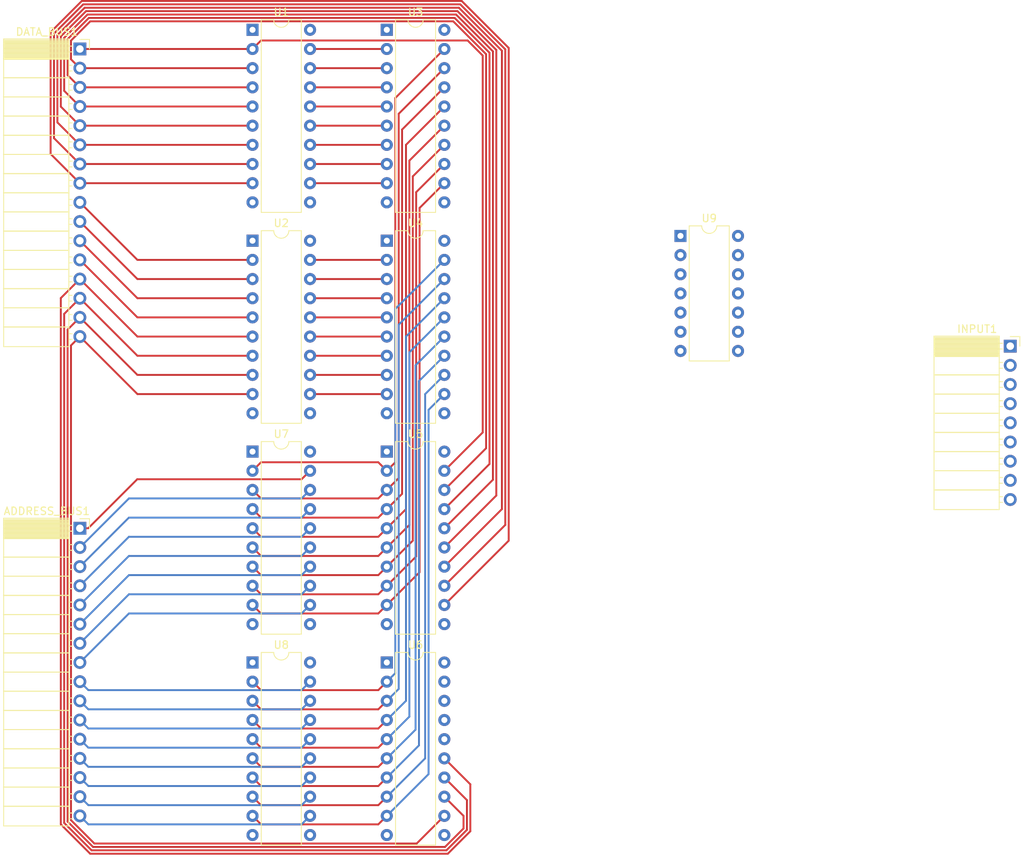
<source format=kicad_pcb>
(kicad_pcb (version 20171130) (host pcbnew "(5.1.2)-2")

  (general
    (thickness 1.6)
    (drawings 0)
    (tracks 325)
    (zones 0)
    (modules 12)
    (nets 82)
  )

  (page A4)
  (layers
    (0 F.Cu signal)
    (31 B.Cu signal)
    (32 B.Adhes user)
    (33 F.Adhes user)
    (34 B.Paste user)
    (35 F.Paste user)
    (36 B.SilkS user)
    (37 F.SilkS user)
    (38 B.Mask user)
    (39 F.Mask user)
    (40 Dwgs.User user)
    (41 Cmts.User user)
    (42 Eco1.User user)
    (43 Eco2.User user)
    (44 Edge.Cuts user)
    (45 Margin user)
    (46 B.CrtYd user)
    (47 F.CrtYd user)
    (48 B.Fab user)
    (49 F.Fab user)
  )

  (setup
    (last_trace_width 0.25)
    (trace_clearance 0.2)
    (zone_clearance 0.508)
    (zone_45_only no)
    (trace_min 0.2)
    (via_size 0.8)
    (via_drill 0.4)
    (via_min_size 0.4)
    (via_min_drill 0.3)
    (uvia_size 0.3)
    (uvia_drill 0.1)
    (uvias_allowed no)
    (uvia_min_size 0.2)
    (uvia_min_drill 0.1)
    (edge_width 0.05)
    (segment_width 0.2)
    (pcb_text_width 0.3)
    (pcb_text_size 1.5 1.5)
    (mod_edge_width 0.12)
    (mod_text_size 1 1)
    (mod_text_width 0.15)
    (pad_size 1.524 1.524)
    (pad_drill 0.762)
    (pad_to_mask_clearance 0.051)
    (solder_mask_min_width 0.25)
    (aux_axis_origin 0 0)
    (visible_elements 7FFFFFFF)
    (pcbplotparams
      (layerselection 0x010fc_ffffffff)
      (usegerberextensions false)
      (usegerberattributes false)
      (usegerberadvancedattributes false)
      (creategerberjobfile false)
      (excludeedgelayer true)
      (linewidth 0.100000)
      (plotframeref false)
      (viasonmask false)
      (mode 1)
      (useauxorigin false)
      (hpglpennumber 1)
      (hpglpenspeed 20)
      (hpglpendiameter 15.000000)
      (psnegative false)
      (psa4output false)
      (plotreference true)
      (plotvalue true)
      (plotinvisibletext false)
      (padsonsilk false)
      (subtractmaskfromsilk false)
      (outputformat 1)
      (mirror false)
      (drillshape 1)
      (scaleselection 1)
      (outputdirectory ""))
  )

  (net 0 "")
  (net 1 "Net-(ADDRESS_BUS1-Pad1)")
  (net 2 "Net-(ADDRESS_BUS1-Pad2)")
  (net 3 "Net-(ADDRESS_BUS1-Pad3)")
  (net 4 "Net-(ADDRESS_BUS1-Pad4)")
  (net 5 "Net-(ADDRESS_BUS1-Pad5)")
  (net 6 "Net-(ADDRESS_BUS1-Pad6)")
  (net 7 "Net-(ADDRESS_BUS1-Pad7)")
  (net 8 "Net-(ADDRESS_BUS1-Pad8)")
  (net 9 "Net-(ADDRESS_BUS1-Pad9)")
  (net 10 "Net-(ADDRESS_BUS1-Pad10)")
  (net 11 "Net-(ADDRESS_BUS1-Pad11)")
  (net 12 "Net-(ADDRESS_BUS1-Pad12)")
  (net 13 "Net-(ADDRESS_BUS1-Pad13)")
  (net 14 "Net-(ADDRESS_BUS1-Pad14)")
  (net 15 "Net-(ADDRESS_BUS1-Pad15)")
  (net 16 "Net-(ADDRESS_BUS1-Pad16)")
  (net 17 "Net-(DATA_BUS1-Pad16)")
  (net 18 "Net-(DATA_BUS1-Pad15)")
  (net 19 "Net-(DATA_BUS1-Pad14)")
  (net 20 "Net-(DATA_BUS1-Pad13)")
  (net 21 "Net-(DATA_BUS1-Pad12)")
  (net 22 "Net-(DATA_BUS1-Pad11)")
  (net 23 "Net-(DATA_BUS1-Pad10)")
  (net 24 "Net-(DATA_BUS1-Pad9)")
  (net 25 "Net-(DATA_BUS1-Pad8)")
  (net 26 "Net-(DATA_BUS1-Pad7)")
  (net 27 "Net-(DATA_BUS1-Pad6)")
  (net 28 "Net-(DATA_BUS1-Pad5)")
  (net 29 "Net-(DATA_BUS1-Pad4)")
  (net 30 "Net-(DATA_BUS1-Pad3)")
  (net 31 "Net-(DATA_BUS1-Pad2)")
  (net 32 "Net-(DATA_BUS1-Pad1)")
  (net 33 GND)
  (net 34 +5V)
  (net 35 /CLK)
  (net 36 "Net-(INPUT1-Pad6)")
  (net 37 "Net-(INPUT1-Pad5)")
  (net 38 "Net-(INPUT1-Pad4)")
  (net 39 "Net-(INPUT1-Pad3)")
  (net 40 /LDH)
  (net 41 /LDL)
  (net 42 "Net-(U1-Pad19)")
  (net 43 "Net-(U1-Pad18)")
  (net 44 "Net-(U1-Pad17)")
  (net 45 "Net-(U1-Pad16)")
  (net 46 "Net-(U1-Pad15)")
  (net 47 "Net-(U1-Pad14)")
  (net 48 "Net-(U1-Pad13)")
  (net 49 "Net-(U1-Pad12)")
  (net 50 "Net-(U2-Pad12)")
  (net 51 "Net-(U2-Pad13)")
  (net 52 "Net-(U2-Pad14)")
  (net 53 "Net-(U2-Pad15)")
  (net 54 "Net-(U2-Pad16)")
  (net 55 "Net-(U2-Pad17)")
  (net 56 "Net-(U2-Pad18)")
  (net 57 "Net-(U2-Pad19)")
  (net 58 "Net-(U3-Pad12)")
  (net 59 "Net-(U3-Pad13)")
  (net 60 "Net-(U3-Pad14)")
  (net 61 "Net-(U3-Pad15)")
  (net 62 "Net-(U3-Pad16)")
  (net 63 "Net-(U3-Pad17)")
  (net 64 "Net-(U3-Pad18)")
  (net 65 "Net-(U3-Pad19)")
  (net 66 "Net-(U4-Pad19)")
  (net 67 "Net-(U4-Pad18)")
  (net 68 "Net-(U4-Pad17)")
  (net 69 "Net-(U4-Pad16)")
  (net 70 "Net-(U4-Pad15)")
  (net 71 "Net-(U4-Pad14)")
  (net 72 "Net-(U4-Pad13)")
  (net 73 "Net-(U4-Pad12)")
  (net 74 /OELD)
  (net 75 /OEHD)
  (net 76 /OELA)
  (net 77 /OEHA)
  (net 78 "Net-(U9-Pad13)")
  (net 79 "Net-(U9-Pad12)")
  (net 80 "Net-(U9-Pad11)")
  (net 81 "Net-(U9-Pad10)")

  (net_class Default "This is the default net class."
    (clearance 0.2)
    (trace_width 0.25)
    (via_dia 0.8)
    (via_drill 0.4)
    (uvia_dia 0.3)
    (uvia_drill 0.1)
    (add_net +5V)
    (add_net /CLK)
    (add_net /LDH)
    (add_net /LDL)
    (add_net /OEHA)
    (add_net /OEHD)
    (add_net /OELA)
    (add_net /OELD)
    (add_net GND)
    (add_net "Net-(ADDRESS_BUS1-Pad1)")
    (add_net "Net-(ADDRESS_BUS1-Pad10)")
    (add_net "Net-(ADDRESS_BUS1-Pad11)")
    (add_net "Net-(ADDRESS_BUS1-Pad12)")
    (add_net "Net-(ADDRESS_BUS1-Pad13)")
    (add_net "Net-(ADDRESS_BUS1-Pad14)")
    (add_net "Net-(ADDRESS_BUS1-Pad15)")
    (add_net "Net-(ADDRESS_BUS1-Pad16)")
    (add_net "Net-(ADDRESS_BUS1-Pad2)")
    (add_net "Net-(ADDRESS_BUS1-Pad3)")
    (add_net "Net-(ADDRESS_BUS1-Pad4)")
    (add_net "Net-(ADDRESS_BUS1-Pad5)")
    (add_net "Net-(ADDRESS_BUS1-Pad6)")
    (add_net "Net-(ADDRESS_BUS1-Pad7)")
    (add_net "Net-(ADDRESS_BUS1-Pad8)")
    (add_net "Net-(ADDRESS_BUS1-Pad9)")
    (add_net "Net-(DATA_BUS1-Pad1)")
    (add_net "Net-(DATA_BUS1-Pad10)")
    (add_net "Net-(DATA_BUS1-Pad11)")
    (add_net "Net-(DATA_BUS1-Pad12)")
    (add_net "Net-(DATA_BUS1-Pad13)")
    (add_net "Net-(DATA_BUS1-Pad14)")
    (add_net "Net-(DATA_BUS1-Pad15)")
    (add_net "Net-(DATA_BUS1-Pad16)")
    (add_net "Net-(DATA_BUS1-Pad2)")
    (add_net "Net-(DATA_BUS1-Pad3)")
    (add_net "Net-(DATA_BUS1-Pad4)")
    (add_net "Net-(DATA_BUS1-Pad5)")
    (add_net "Net-(DATA_BUS1-Pad6)")
    (add_net "Net-(DATA_BUS1-Pad7)")
    (add_net "Net-(DATA_BUS1-Pad8)")
    (add_net "Net-(DATA_BUS1-Pad9)")
    (add_net "Net-(INPUT1-Pad3)")
    (add_net "Net-(INPUT1-Pad4)")
    (add_net "Net-(INPUT1-Pad5)")
    (add_net "Net-(INPUT1-Pad6)")
    (add_net "Net-(U1-Pad12)")
    (add_net "Net-(U1-Pad13)")
    (add_net "Net-(U1-Pad14)")
    (add_net "Net-(U1-Pad15)")
    (add_net "Net-(U1-Pad16)")
    (add_net "Net-(U1-Pad17)")
    (add_net "Net-(U1-Pad18)")
    (add_net "Net-(U1-Pad19)")
    (add_net "Net-(U2-Pad12)")
    (add_net "Net-(U2-Pad13)")
    (add_net "Net-(U2-Pad14)")
    (add_net "Net-(U2-Pad15)")
    (add_net "Net-(U2-Pad16)")
    (add_net "Net-(U2-Pad17)")
    (add_net "Net-(U2-Pad18)")
    (add_net "Net-(U2-Pad19)")
    (add_net "Net-(U3-Pad12)")
    (add_net "Net-(U3-Pad13)")
    (add_net "Net-(U3-Pad14)")
    (add_net "Net-(U3-Pad15)")
    (add_net "Net-(U3-Pad16)")
    (add_net "Net-(U3-Pad17)")
    (add_net "Net-(U3-Pad18)")
    (add_net "Net-(U3-Pad19)")
    (add_net "Net-(U4-Pad12)")
    (add_net "Net-(U4-Pad13)")
    (add_net "Net-(U4-Pad14)")
    (add_net "Net-(U4-Pad15)")
    (add_net "Net-(U4-Pad16)")
    (add_net "Net-(U4-Pad17)")
    (add_net "Net-(U4-Pad18)")
    (add_net "Net-(U4-Pad19)")
    (add_net "Net-(U9-Pad10)")
    (add_net "Net-(U9-Pad11)")
    (add_net "Net-(U9-Pad12)")
    (add_net "Net-(U9-Pad13)")
  )

  (module Socket_Strips:Socket_Strip_Angled_1x16_Pitch2.54mm (layer F.Cu) (tedit 58CD5446) (tstamp 5E330B6A)
    (at 52.07 129.54)
    (descr "Through hole angled socket strip, 1x16, 2.54mm pitch, 8.51mm socket length, single row")
    (tags "Through hole angled socket strip THT 1x16 2.54mm single row")
    (path /5E277301)
    (fp_text reference ADDRESS_BUS1 (at -4.38 -2.27) (layer F.SilkS)
      (effects (font (size 1 1) (thickness 0.15)))
    )
    (fp_text value Conn_01x16 (at -4.38 40.37) (layer F.Fab)
      (effects (font (size 1 1) (thickness 0.15)))
    )
    (fp_line (start -1.52 -1.27) (end -1.52 1.27) (layer F.Fab) (width 0.1))
    (fp_line (start -1.52 1.27) (end -10.03 1.27) (layer F.Fab) (width 0.1))
    (fp_line (start -10.03 1.27) (end -10.03 -1.27) (layer F.Fab) (width 0.1))
    (fp_line (start -10.03 -1.27) (end -1.52 -1.27) (layer F.Fab) (width 0.1))
    (fp_line (start 0 -0.32) (end 0 0.32) (layer F.Fab) (width 0.1))
    (fp_line (start 0 0.32) (end -1.52 0.32) (layer F.Fab) (width 0.1))
    (fp_line (start -1.52 0.32) (end -1.52 -0.32) (layer F.Fab) (width 0.1))
    (fp_line (start -1.52 -0.32) (end 0 -0.32) (layer F.Fab) (width 0.1))
    (fp_line (start -1.52 1.27) (end -1.52 3.81) (layer F.Fab) (width 0.1))
    (fp_line (start -1.52 3.81) (end -10.03 3.81) (layer F.Fab) (width 0.1))
    (fp_line (start -10.03 3.81) (end -10.03 1.27) (layer F.Fab) (width 0.1))
    (fp_line (start -10.03 1.27) (end -1.52 1.27) (layer F.Fab) (width 0.1))
    (fp_line (start 0 2.22) (end 0 2.86) (layer F.Fab) (width 0.1))
    (fp_line (start 0 2.86) (end -1.52 2.86) (layer F.Fab) (width 0.1))
    (fp_line (start -1.52 2.86) (end -1.52 2.22) (layer F.Fab) (width 0.1))
    (fp_line (start -1.52 2.22) (end 0 2.22) (layer F.Fab) (width 0.1))
    (fp_line (start -1.52 3.81) (end -1.52 6.35) (layer F.Fab) (width 0.1))
    (fp_line (start -1.52 6.35) (end -10.03 6.35) (layer F.Fab) (width 0.1))
    (fp_line (start -10.03 6.35) (end -10.03 3.81) (layer F.Fab) (width 0.1))
    (fp_line (start -10.03 3.81) (end -1.52 3.81) (layer F.Fab) (width 0.1))
    (fp_line (start 0 4.76) (end 0 5.4) (layer F.Fab) (width 0.1))
    (fp_line (start 0 5.4) (end -1.52 5.4) (layer F.Fab) (width 0.1))
    (fp_line (start -1.52 5.4) (end -1.52 4.76) (layer F.Fab) (width 0.1))
    (fp_line (start -1.52 4.76) (end 0 4.76) (layer F.Fab) (width 0.1))
    (fp_line (start -1.52 6.35) (end -1.52 8.89) (layer F.Fab) (width 0.1))
    (fp_line (start -1.52 8.89) (end -10.03 8.89) (layer F.Fab) (width 0.1))
    (fp_line (start -10.03 8.89) (end -10.03 6.35) (layer F.Fab) (width 0.1))
    (fp_line (start -10.03 6.35) (end -1.52 6.35) (layer F.Fab) (width 0.1))
    (fp_line (start 0 7.3) (end 0 7.94) (layer F.Fab) (width 0.1))
    (fp_line (start 0 7.94) (end -1.52 7.94) (layer F.Fab) (width 0.1))
    (fp_line (start -1.52 7.94) (end -1.52 7.3) (layer F.Fab) (width 0.1))
    (fp_line (start -1.52 7.3) (end 0 7.3) (layer F.Fab) (width 0.1))
    (fp_line (start -1.52 8.89) (end -1.52 11.43) (layer F.Fab) (width 0.1))
    (fp_line (start -1.52 11.43) (end -10.03 11.43) (layer F.Fab) (width 0.1))
    (fp_line (start -10.03 11.43) (end -10.03 8.89) (layer F.Fab) (width 0.1))
    (fp_line (start -10.03 8.89) (end -1.52 8.89) (layer F.Fab) (width 0.1))
    (fp_line (start 0 9.84) (end 0 10.48) (layer F.Fab) (width 0.1))
    (fp_line (start 0 10.48) (end -1.52 10.48) (layer F.Fab) (width 0.1))
    (fp_line (start -1.52 10.48) (end -1.52 9.84) (layer F.Fab) (width 0.1))
    (fp_line (start -1.52 9.84) (end 0 9.84) (layer F.Fab) (width 0.1))
    (fp_line (start -1.52 11.43) (end -1.52 13.97) (layer F.Fab) (width 0.1))
    (fp_line (start -1.52 13.97) (end -10.03 13.97) (layer F.Fab) (width 0.1))
    (fp_line (start -10.03 13.97) (end -10.03 11.43) (layer F.Fab) (width 0.1))
    (fp_line (start -10.03 11.43) (end -1.52 11.43) (layer F.Fab) (width 0.1))
    (fp_line (start 0 12.38) (end 0 13.02) (layer F.Fab) (width 0.1))
    (fp_line (start 0 13.02) (end -1.52 13.02) (layer F.Fab) (width 0.1))
    (fp_line (start -1.52 13.02) (end -1.52 12.38) (layer F.Fab) (width 0.1))
    (fp_line (start -1.52 12.38) (end 0 12.38) (layer F.Fab) (width 0.1))
    (fp_line (start -1.52 13.97) (end -1.52 16.51) (layer F.Fab) (width 0.1))
    (fp_line (start -1.52 16.51) (end -10.03 16.51) (layer F.Fab) (width 0.1))
    (fp_line (start -10.03 16.51) (end -10.03 13.97) (layer F.Fab) (width 0.1))
    (fp_line (start -10.03 13.97) (end -1.52 13.97) (layer F.Fab) (width 0.1))
    (fp_line (start 0 14.92) (end 0 15.56) (layer F.Fab) (width 0.1))
    (fp_line (start 0 15.56) (end -1.52 15.56) (layer F.Fab) (width 0.1))
    (fp_line (start -1.52 15.56) (end -1.52 14.92) (layer F.Fab) (width 0.1))
    (fp_line (start -1.52 14.92) (end 0 14.92) (layer F.Fab) (width 0.1))
    (fp_line (start -1.52 16.51) (end -1.52 19.05) (layer F.Fab) (width 0.1))
    (fp_line (start -1.52 19.05) (end -10.03 19.05) (layer F.Fab) (width 0.1))
    (fp_line (start -10.03 19.05) (end -10.03 16.51) (layer F.Fab) (width 0.1))
    (fp_line (start -10.03 16.51) (end -1.52 16.51) (layer F.Fab) (width 0.1))
    (fp_line (start 0 17.46) (end 0 18.1) (layer F.Fab) (width 0.1))
    (fp_line (start 0 18.1) (end -1.52 18.1) (layer F.Fab) (width 0.1))
    (fp_line (start -1.52 18.1) (end -1.52 17.46) (layer F.Fab) (width 0.1))
    (fp_line (start -1.52 17.46) (end 0 17.46) (layer F.Fab) (width 0.1))
    (fp_line (start -1.52 19.05) (end -1.52 21.59) (layer F.Fab) (width 0.1))
    (fp_line (start -1.52 21.59) (end -10.03 21.59) (layer F.Fab) (width 0.1))
    (fp_line (start -10.03 21.59) (end -10.03 19.05) (layer F.Fab) (width 0.1))
    (fp_line (start -10.03 19.05) (end -1.52 19.05) (layer F.Fab) (width 0.1))
    (fp_line (start 0 20) (end 0 20.64) (layer F.Fab) (width 0.1))
    (fp_line (start 0 20.64) (end -1.52 20.64) (layer F.Fab) (width 0.1))
    (fp_line (start -1.52 20.64) (end -1.52 20) (layer F.Fab) (width 0.1))
    (fp_line (start -1.52 20) (end 0 20) (layer F.Fab) (width 0.1))
    (fp_line (start -1.52 21.59) (end -1.52 24.13) (layer F.Fab) (width 0.1))
    (fp_line (start -1.52 24.13) (end -10.03 24.13) (layer F.Fab) (width 0.1))
    (fp_line (start -10.03 24.13) (end -10.03 21.59) (layer F.Fab) (width 0.1))
    (fp_line (start -10.03 21.59) (end -1.52 21.59) (layer F.Fab) (width 0.1))
    (fp_line (start 0 22.54) (end 0 23.18) (layer F.Fab) (width 0.1))
    (fp_line (start 0 23.18) (end -1.52 23.18) (layer F.Fab) (width 0.1))
    (fp_line (start -1.52 23.18) (end -1.52 22.54) (layer F.Fab) (width 0.1))
    (fp_line (start -1.52 22.54) (end 0 22.54) (layer F.Fab) (width 0.1))
    (fp_line (start -1.52 24.13) (end -1.52 26.67) (layer F.Fab) (width 0.1))
    (fp_line (start -1.52 26.67) (end -10.03 26.67) (layer F.Fab) (width 0.1))
    (fp_line (start -10.03 26.67) (end -10.03 24.13) (layer F.Fab) (width 0.1))
    (fp_line (start -10.03 24.13) (end -1.52 24.13) (layer F.Fab) (width 0.1))
    (fp_line (start 0 25.08) (end 0 25.72) (layer F.Fab) (width 0.1))
    (fp_line (start 0 25.72) (end -1.52 25.72) (layer F.Fab) (width 0.1))
    (fp_line (start -1.52 25.72) (end -1.52 25.08) (layer F.Fab) (width 0.1))
    (fp_line (start -1.52 25.08) (end 0 25.08) (layer F.Fab) (width 0.1))
    (fp_line (start -1.52 26.67) (end -1.52 29.21) (layer F.Fab) (width 0.1))
    (fp_line (start -1.52 29.21) (end -10.03 29.21) (layer F.Fab) (width 0.1))
    (fp_line (start -10.03 29.21) (end -10.03 26.67) (layer F.Fab) (width 0.1))
    (fp_line (start -10.03 26.67) (end -1.52 26.67) (layer F.Fab) (width 0.1))
    (fp_line (start 0 27.62) (end 0 28.26) (layer F.Fab) (width 0.1))
    (fp_line (start 0 28.26) (end -1.52 28.26) (layer F.Fab) (width 0.1))
    (fp_line (start -1.52 28.26) (end -1.52 27.62) (layer F.Fab) (width 0.1))
    (fp_line (start -1.52 27.62) (end 0 27.62) (layer F.Fab) (width 0.1))
    (fp_line (start -1.52 29.21) (end -1.52 31.75) (layer F.Fab) (width 0.1))
    (fp_line (start -1.52 31.75) (end -10.03 31.75) (layer F.Fab) (width 0.1))
    (fp_line (start -10.03 31.75) (end -10.03 29.21) (layer F.Fab) (width 0.1))
    (fp_line (start -10.03 29.21) (end -1.52 29.21) (layer F.Fab) (width 0.1))
    (fp_line (start 0 30.16) (end 0 30.8) (layer F.Fab) (width 0.1))
    (fp_line (start 0 30.8) (end -1.52 30.8) (layer F.Fab) (width 0.1))
    (fp_line (start -1.52 30.8) (end -1.52 30.16) (layer F.Fab) (width 0.1))
    (fp_line (start -1.52 30.16) (end 0 30.16) (layer F.Fab) (width 0.1))
    (fp_line (start -1.52 31.75) (end -1.52 34.29) (layer F.Fab) (width 0.1))
    (fp_line (start -1.52 34.29) (end -10.03 34.29) (layer F.Fab) (width 0.1))
    (fp_line (start -10.03 34.29) (end -10.03 31.75) (layer F.Fab) (width 0.1))
    (fp_line (start -10.03 31.75) (end -1.52 31.75) (layer F.Fab) (width 0.1))
    (fp_line (start 0 32.7) (end 0 33.34) (layer F.Fab) (width 0.1))
    (fp_line (start 0 33.34) (end -1.52 33.34) (layer F.Fab) (width 0.1))
    (fp_line (start -1.52 33.34) (end -1.52 32.7) (layer F.Fab) (width 0.1))
    (fp_line (start -1.52 32.7) (end 0 32.7) (layer F.Fab) (width 0.1))
    (fp_line (start -1.52 34.29) (end -1.52 36.83) (layer F.Fab) (width 0.1))
    (fp_line (start -1.52 36.83) (end -10.03 36.83) (layer F.Fab) (width 0.1))
    (fp_line (start -10.03 36.83) (end -10.03 34.29) (layer F.Fab) (width 0.1))
    (fp_line (start -10.03 34.29) (end -1.52 34.29) (layer F.Fab) (width 0.1))
    (fp_line (start 0 35.24) (end 0 35.88) (layer F.Fab) (width 0.1))
    (fp_line (start 0 35.88) (end -1.52 35.88) (layer F.Fab) (width 0.1))
    (fp_line (start -1.52 35.88) (end -1.52 35.24) (layer F.Fab) (width 0.1))
    (fp_line (start -1.52 35.24) (end 0 35.24) (layer F.Fab) (width 0.1))
    (fp_line (start -1.52 36.83) (end -1.52 39.37) (layer F.Fab) (width 0.1))
    (fp_line (start -1.52 39.37) (end -10.03 39.37) (layer F.Fab) (width 0.1))
    (fp_line (start -10.03 39.37) (end -10.03 36.83) (layer F.Fab) (width 0.1))
    (fp_line (start -10.03 36.83) (end -1.52 36.83) (layer F.Fab) (width 0.1))
    (fp_line (start 0 37.78) (end 0 38.42) (layer F.Fab) (width 0.1))
    (fp_line (start 0 38.42) (end -1.52 38.42) (layer F.Fab) (width 0.1))
    (fp_line (start -1.52 38.42) (end -1.52 37.78) (layer F.Fab) (width 0.1))
    (fp_line (start -1.52 37.78) (end 0 37.78) (layer F.Fab) (width 0.1))
    (fp_line (start -1.46 -1.33) (end -1.46 1.27) (layer F.SilkS) (width 0.12))
    (fp_line (start -1.46 1.27) (end -10.09 1.27) (layer F.SilkS) (width 0.12))
    (fp_line (start -10.09 1.27) (end -10.09 -1.33) (layer F.SilkS) (width 0.12))
    (fp_line (start -10.09 -1.33) (end -1.46 -1.33) (layer F.SilkS) (width 0.12))
    (fp_line (start -1.03 -0.38) (end -1.46 -0.38) (layer F.SilkS) (width 0.12))
    (fp_line (start -1.03 0.38) (end -1.46 0.38) (layer F.SilkS) (width 0.12))
    (fp_line (start -1.46 -1.15) (end -10.09 -1.15) (layer F.SilkS) (width 0.12))
    (fp_line (start -1.46 -1.03) (end -10.09 -1.03) (layer F.SilkS) (width 0.12))
    (fp_line (start -1.46 -0.91) (end -10.09 -0.91) (layer F.SilkS) (width 0.12))
    (fp_line (start -1.46 -0.79) (end -10.09 -0.79) (layer F.SilkS) (width 0.12))
    (fp_line (start -1.46 -0.67) (end -10.09 -0.67) (layer F.SilkS) (width 0.12))
    (fp_line (start -1.46 -0.55) (end -10.09 -0.55) (layer F.SilkS) (width 0.12))
    (fp_line (start -1.46 -0.43) (end -10.09 -0.43) (layer F.SilkS) (width 0.12))
    (fp_line (start -1.46 -0.31) (end -10.09 -0.31) (layer F.SilkS) (width 0.12))
    (fp_line (start -1.46 -0.19) (end -10.09 -0.19) (layer F.SilkS) (width 0.12))
    (fp_line (start -1.46 -0.07) (end -10.09 -0.07) (layer F.SilkS) (width 0.12))
    (fp_line (start -1.46 0.05) (end -10.09 0.05) (layer F.SilkS) (width 0.12))
    (fp_line (start -1.46 0.17) (end -10.09 0.17) (layer F.SilkS) (width 0.12))
    (fp_line (start -1.46 0.29) (end -10.09 0.29) (layer F.SilkS) (width 0.12))
    (fp_line (start -1.46 0.41) (end -10.09 0.41) (layer F.SilkS) (width 0.12))
    (fp_line (start -1.46 0.53) (end -10.09 0.53) (layer F.SilkS) (width 0.12))
    (fp_line (start -1.46 0.65) (end -10.09 0.65) (layer F.SilkS) (width 0.12))
    (fp_line (start -1.46 0.77) (end -10.09 0.77) (layer F.SilkS) (width 0.12))
    (fp_line (start -1.46 0.89) (end -10.09 0.89) (layer F.SilkS) (width 0.12))
    (fp_line (start -1.46 1.01) (end -10.09 1.01) (layer F.SilkS) (width 0.12))
    (fp_line (start -1.46 1.13) (end -10.09 1.13) (layer F.SilkS) (width 0.12))
    (fp_line (start -1.46 1.25) (end -10.09 1.25) (layer F.SilkS) (width 0.12))
    (fp_line (start -1.46 1.37) (end -10.09 1.37) (layer F.SilkS) (width 0.12))
    (fp_line (start -1.46 1.27) (end -1.46 3.81) (layer F.SilkS) (width 0.12))
    (fp_line (start -1.46 3.81) (end -10.09 3.81) (layer F.SilkS) (width 0.12))
    (fp_line (start -10.09 3.81) (end -10.09 1.27) (layer F.SilkS) (width 0.12))
    (fp_line (start -10.09 1.27) (end -1.46 1.27) (layer F.SilkS) (width 0.12))
    (fp_line (start -1.03 2.16) (end -1.46 2.16) (layer F.SilkS) (width 0.12))
    (fp_line (start -1.03 2.92) (end -1.46 2.92) (layer F.SilkS) (width 0.12))
    (fp_line (start -1.46 3.81) (end -1.46 6.35) (layer F.SilkS) (width 0.12))
    (fp_line (start -1.46 6.35) (end -10.09 6.35) (layer F.SilkS) (width 0.12))
    (fp_line (start -10.09 6.35) (end -10.09 3.81) (layer F.SilkS) (width 0.12))
    (fp_line (start -10.09 3.81) (end -1.46 3.81) (layer F.SilkS) (width 0.12))
    (fp_line (start -1.03 4.7) (end -1.46 4.7) (layer F.SilkS) (width 0.12))
    (fp_line (start -1.03 5.46) (end -1.46 5.46) (layer F.SilkS) (width 0.12))
    (fp_line (start -1.46 6.35) (end -1.46 8.89) (layer F.SilkS) (width 0.12))
    (fp_line (start -1.46 8.89) (end -10.09 8.89) (layer F.SilkS) (width 0.12))
    (fp_line (start -10.09 8.89) (end -10.09 6.35) (layer F.SilkS) (width 0.12))
    (fp_line (start -10.09 6.35) (end -1.46 6.35) (layer F.SilkS) (width 0.12))
    (fp_line (start -1.03 7.24) (end -1.46 7.24) (layer F.SilkS) (width 0.12))
    (fp_line (start -1.03 8) (end -1.46 8) (layer F.SilkS) (width 0.12))
    (fp_line (start -1.46 8.89) (end -1.46 11.43) (layer F.SilkS) (width 0.12))
    (fp_line (start -1.46 11.43) (end -10.09 11.43) (layer F.SilkS) (width 0.12))
    (fp_line (start -10.09 11.43) (end -10.09 8.89) (layer F.SilkS) (width 0.12))
    (fp_line (start -10.09 8.89) (end -1.46 8.89) (layer F.SilkS) (width 0.12))
    (fp_line (start -1.03 9.78) (end -1.46 9.78) (layer F.SilkS) (width 0.12))
    (fp_line (start -1.03 10.54) (end -1.46 10.54) (layer F.SilkS) (width 0.12))
    (fp_line (start -1.46 11.43) (end -1.46 13.97) (layer F.SilkS) (width 0.12))
    (fp_line (start -1.46 13.97) (end -10.09 13.97) (layer F.SilkS) (width 0.12))
    (fp_line (start -10.09 13.97) (end -10.09 11.43) (layer F.SilkS) (width 0.12))
    (fp_line (start -10.09 11.43) (end -1.46 11.43) (layer F.SilkS) (width 0.12))
    (fp_line (start -1.03 12.32) (end -1.46 12.32) (layer F.SilkS) (width 0.12))
    (fp_line (start -1.03 13.08) (end -1.46 13.08) (layer F.SilkS) (width 0.12))
    (fp_line (start -1.46 13.97) (end -1.46 16.51) (layer F.SilkS) (width 0.12))
    (fp_line (start -1.46 16.51) (end -10.09 16.51) (layer F.SilkS) (width 0.12))
    (fp_line (start -10.09 16.51) (end -10.09 13.97) (layer F.SilkS) (width 0.12))
    (fp_line (start -10.09 13.97) (end -1.46 13.97) (layer F.SilkS) (width 0.12))
    (fp_line (start -1.03 14.86) (end -1.46 14.86) (layer F.SilkS) (width 0.12))
    (fp_line (start -1.03 15.62) (end -1.46 15.62) (layer F.SilkS) (width 0.12))
    (fp_line (start -1.46 16.51) (end -1.46 19.05) (layer F.SilkS) (width 0.12))
    (fp_line (start -1.46 19.05) (end -10.09 19.05) (layer F.SilkS) (width 0.12))
    (fp_line (start -10.09 19.05) (end -10.09 16.51) (layer F.SilkS) (width 0.12))
    (fp_line (start -10.09 16.51) (end -1.46 16.51) (layer F.SilkS) (width 0.12))
    (fp_line (start -1.03 17.4) (end -1.46 17.4) (layer F.SilkS) (width 0.12))
    (fp_line (start -1.03 18.16) (end -1.46 18.16) (layer F.SilkS) (width 0.12))
    (fp_line (start -1.46 19.05) (end -1.46 21.59) (layer F.SilkS) (width 0.12))
    (fp_line (start -1.46 21.59) (end -10.09 21.59) (layer F.SilkS) (width 0.12))
    (fp_line (start -10.09 21.59) (end -10.09 19.05) (layer F.SilkS) (width 0.12))
    (fp_line (start -10.09 19.05) (end -1.46 19.05) (layer F.SilkS) (width 0.12))
    (fp_line (start -1.03 19.94) (end -1.46 19.94) (layer F.SilkS) (width 0.12))
    (fp_line (start -1.03 20.7) (end -1.46 20.7) (layer F.SilkS) (width 0.12))
    (fp_line (start -1.46 21.59) (end -1.46 24.13) (layer F.SilkS) (width 0.12))
    (fp_line (start -1.46 24.13) (end -10.09 24.13) (layer F.SilkS) (width 0.12))
    (fp_line (start -10.09 24.13) (end -10.09 21.59) (layer F.SilkS) (width 0.12))
    (fp_line (start -10.09 21.59) (end -1.46 21.59) (layer F.SilkS) (width 0.12))
    (fp_line (start -1.03 22.48) (end -1.46 22.48) (layer F.SilkS) (width 0.12))
    (fp_line (start -1.03 23.24) (end -1.46 23.24) (layer F.SilkS) (width 0.12))
    (fp_line (start -1.46 24.13) (end -1.46 26.67) (layer F.SilkS) (width 0.12))
    (fp_line (start -1.46 26.67) (end -10.09 26.67) (layer F.SilkS) (width 0.12))
    (fp_line (start -10.09 26.67) (end -10.09 24.13) (layer F.SilkS) (width 0.12))
    (fp_line (start -10.09 24.13) (end -1.46 24.13) (layer F.SilkS) (width 0.12))
    (fp_line (start -1.03 25.02) (end -1.46 25.02) (layer F.SilkS) (width 0.12))
    (fp_line (start -1.03 25.78) (end -1.46 25.78) (layer F.SilkS) (width 0.12))
    (fp_line (start -1.46 26.67) (end -1.46 29.21) (layer F.SilkS) (width 0.12))
    (fp_line (start -1.46 29.21) (end -10.09 29.21) (layer F.SilkS) (width 0.12))
    (fp_line (start -10.09 29.21) (end -10.09 26.67) (layer F.SilkS) (width 0.12))
    (fp_line (start -10.09 26.67) (end -1.46 26.67) (layer F.SilkS) (width 0.12))
    (fp_line (start -1.03 27.56) (end -1.46 27.56) (layer F.SilkS) (width 0.12))
    (fp_line (start -1.03 28.32) (end -1.46 28.32) (layer F.SilkS) (width 0.12))
    (fp_line (start -1.46 29.21) (end -1.46 31.75) (layer F.SilkS) (width 0.12))
    (fp_line (start -1.46 31.75) (end -10.09 31.75) (layer F.SilkS) (width 0.12))
    (fp_line (start -10.09 31.75) (end -10.09 29.21) (layer F.SilkS) (width 0.12))
    (fp_line (start -10.09 29.21) (end -1.46 29.21) (layer F.SilkS) (width 0.12))
    (fp_line (start -1.03 30.1) (end -1.46 30.1) (layer F.SilkS) (width 0.12))
    (fp_line (start -1.03 30.86) (end -1.46 30.86) (layer F.SilkS) (width 0.12))
    (fp_line (start -1.46 31.75) (end -1.46 34.29) (layer F.SilkS) (width 0.12))
    (fp_line (start -1.46 34.29) (end -10.09 34.29) (layer F.SilkS) (width 0.12))
    (fp_line (start -10.09 34.29) (end -10.09 31.75) (layer F.SilkS) (width 0.12))
    (fp_line (start -10.09 31.75) (end -1.46 31.75) (layer F.SilkS) (width 0.12))
    (fp_line (start -1.03 32.64) (end -1.46 32.64) (layer F.SilkS) (width 0.12))
    (fp_line (start -1.03 33.4) (end -1.46 33.4) (layer F.SilkS) (width 0.12))
    (fp_line (start -1.46 34.29) (end -1.46 36.83) (layer F.SilkS) (width 0.12))
    (fp_line (start -1.46 36.83) (end -10.09 36.83) (layer F.SilkS) (width 0.12))
    (fp_line (start -10.09 36.83) (end -10.09 34.29) (layer F.SilkS) (width 0.12))
    (fp_line (start -10.09 34.29) (end -1.46 34.29) (layer F.SilkS) (width 0.12))
    (fp_line (start -1.03 35.18) (end -1.46 35.18) (layer F.SilkS) (width 0.12))
    (fp_line (start -1.03 35.94) (end -1.46 35.94) (layer F.SilkS) (width 0.12))
    (fp_line (start -1.46 36.83) (end -1.46 39.43) (layer F.SilkS) (width 0.12))
    (fp_line (start -1.46 39.43) (end -10.09 39.43) (layer F.SilkS) (width 0.12))
    (fp_line (start -10.09 39.43) (end -10.09 36.83) (layer F.SilkS) (width 0.12))
    (fp_line (start -10.09 36.83) (end -1.46 36.83) (layer F.SilkS) (width 0.12))
    (fp_line (start -1.03 37.72) (end -1.46 37.72) (layer F.SilkS) (width 0.12))
    (fp_line (start -1.03 38.48) (end -1.46 38.48) (layer F.SilkS) (width 0.12))
    (fp_line (start 0 -1.27) (end 1.27 -1.27) (layer F.SilkS) (width 0.12))
    (fp_line (start 1.27 -1.27) (end 1.27 0) (layer F.SilkS) (width 0.12))
    (fp_line (start 1.8 -1.8) (end 1.8 39.9) (layer F.CrtYd) (width 0.05))
    (fp_line (start 1.8 39.9) (end -10.55 39.9) (layer F.CrtYd) (width 0.05))
    (fp_line (start -10.55 39.9) (end -10.55 -1.8) (layer F.CrtYd) (width 0.05))
    (fp_line (start -10.55 -1.8) (end 1.8 -1.8) (layer F.CrtYd) (width 0.05))
    (fp_text user %R (at -4.38 -2.27) (layer F.Fab)
      (effects (font (size 1 1) (thickness 0.15)))
    )
    (pad 1 thru_hole rect (at 0 0) (size 1.7 1.7) (drill 1) (layers *.Cu *.Mask)
      (net 1 "Net-(ADDRESS_BUS1-Pad1)"))
    (pad 2 thru_hole oval (at 0 2.54) (size 1.7 1.7) (drill 1) (layers *.Cu *.Mask)
      (net 2 "Net-(ADDRESS_BUS1-Pad2)"))
    (pad 3 thru_hole oval (at 0 5.08) (size 1.7 1.7) (drill 1) (layers *.Cu *.Mask)
      (net 3 "Net-(ADDRESS_BUS1-Pad3)"))
    (pad 4 thru_hole oval (at 0 7.62) (size 1.7 1.7) (drill 1) (layers *.Cu *.Mask)
      (net 4 "Net-(ADDRESS_BUS1-Pad4)"))
    (pad 5 thru_hole oval (at 0 10.16) (size 1.7 1.7) (drill 1) (layers *.Cu *.Mask)
      (net 5 "Net-(ADDRESS_BUS1-Pad5)"))
    (pad 6 thru_hole oval (at 0 12.7) (size 1.7 1.7) (drill 1) (layers *.Cu *.Mask)
      (net 6 "Net-(ADDRESS_BUS1-Pad6)"))
    (pad 7 thru_hole oval (at 0 15.24) (size 1.7 1.7) (drill 1) (layers *.Cu *.Mask)
      (net 7 "Net-(ADDRESS_BUS1-Pad7)"))
    (pad 8 thru_hole oval (at 0 17.78) (size 1.7 1.7) (drill 1) (layers *.Cu *.Mask)
      (net 8 "Net-(ADDRESS_BUS1-Pad8)"))
    (pad 9 thru_hole oval (at 0 20.32) (size 1.7 1.7) (drill 1) (layers *.Cu *.Mask)
      (net 9 "Net-(ADDRESS_BUS1-Pad9)"))
    (pad 10 thru_hole oval (at 0 22.86) (size 1.7 1.7) (drill 1) (layers *.Cu *.Mask)
      (net 10 "Net-(ADDRESS_BUS1-Pad10)"))
    (pad 11 thru_hole oval (at 0 25.4) (size 1.7 1.7) (drill 1) (layers *.Cu *.Mask)
      (net 11 "Net-(ADDRESS_BUS1-Pad11)"))
    (pad 12 thru_hole oval (at 0 27.94) (size 1.7 1.7) (drill 1) (layers *.Cu *.Mask)
      (net 12 "Net-(ADDRESS_BUS1-Pad12)"))
    (pad 13 thru_hole oval (at 0 30.48) (size 1.7 1.7) (drill 1) (layers *.Cu *.Mask)
      (net 13 "Net-(ADDRESS_BUS1-Pad13)"))
    (pad 14 thru_hole oval (at 0 33.02) (size 1.7 1.7) (drill 1) (layers *.Cu *.Mask)
      (net 14 "Net-(ADDRESS_BUS1-Pad14)"))
    (pad 15 thru_hole oval (at 0 35.56) (size 1.7 1.7) (drill 1) (layers *.Cu *.Mask)
      (net 15 "Net-(ADDRESS_BUS1-Pad15)"))
    (pad 16 thru_hole oval (at 0 38.1) (size 1.7 1.7) (drill 1) (layers *.Cu *.Mask)
      (net 16 "Net-(ADDRESS_BUS1-Pad16)"))
    (model ${KISYS3DMOD}/Socket_Strips.3dshapes/Socket_Strip_Angled_1x16_Pitch2.54mm.wrl
      (offset (xyz 0 -19.04999971389771 0))
      (scale (xyz 1 1 1))
      (rotate (xyz 0 0 270))
    )
  )

  (module Socket_Strips:Socket_Strip_Angled_1x16_Pitch2.54mm (layer F.Cu) (tedit 58CD5446) (tstamp 5E330C7B)
    (at 52.07 66.04)
    (descr "Through hole angled socket strip, 1x16, 2.54mm pitch, 8.51mm socket length, single row")
    (tags "Through hole angled socket strip THT 1x16 2.54mm single row")
    (path /5E275DC0)
    (fp_text reference DATA_BUS1 (at -4.38 -2.27) (layer F.SilkS)
      (effects (font (size 1 1) (thickness 0.15)))
    )
    (fp_text value Conn_01x16 (at -4.38 40.37) (layer F.Fab)
      (effects (font (size 1 1) (thickness 0.15)))
    )
    (fp_text user %R (at -4.38 -2.27) (layer F.Fab)
      (effects (font (size 1 1) (thickness 0.15)))
    )
    (fp_line (start -10.55 -1.8) (end 1.8 -1.8) (layer F.CrtYd) (width 0.05))
    (fp_line (start -10.55 39.9) (end -10.55 -1.8) (layer F.CrtYd) (width 0.05))
    (fp_line (start 1.8 39.9) (end -10.55 39.9) (layer F.CrtYd) (width 0.05))
    (fp_line (start 1.8 -1.8) (end 1.8 39.9) (layer F.CrtYd) (width 0.05))
    (fp_line (start 1.27 -1.27) (end 1.27 0) (layer F.SilkS) (width 0.12))
    (fp_line (start 0 -1.27) (end 1.27 -1.27) (layer F.SilkS) (width 0.12))
    (fp_line (start -1.03 38.48) (end -1.46 38.48) (layer F.SilkS) (width 0.12))
    (fp_line (start -1.03 37.72) (end -1.46 37.72) (layer F.SilkS) (width 0.12))
    (fp_line (start -10.09 36.83) (end -1.46 36.83) (layer F.SilkS) (width 0.12))
    (fp_line (start -10.09 39.43) (end -10.09 36.83) (layer F.SilkS) (width 0.12))
    (fp_line (start -1.46 39.43) (end -10.09 39.43) (layer F.SilkS) (width 0.12))
    (fp_line (start -1.46 36.83) (end -1.46 39.43) (layer F.SilkS) (width 0.12))
    (fp_line (start -1.03 35.94) (end -1.46 35.94) (layer F.SilkS) (width 0.12))
    (fp_line (start -1.03 35.18) (end -1.46 35.18) (layer F.SilkS) (width 0.12))
    (fp_line (start -10.09 34.29) (end -1.46 34.29) (layer F.SilkS) (width 0.12))
    (fp_line (start -10.09 36.83) (end -10.09 34.29) (layer F.SilkS) (width 0.12))
    (fp_line (start -1.46 36.83) (end -10.09 36.83) (layer F.SilkS) (width 0.12))
    (fp_line (start -1.46 34.29) (end -1.46 36.83) (layer F.SilkS) (width 0.12))
    (fp_line (start -1.03 33.4) (end -1.46 33.4) (layer F.SilkS) (width 0.12))
    (fp_line (start -1.03 32.64) (end -1.46 32.64) (layer F.SilkS) (width 0.12))
    (fp_line (start -10.09 31.75) (end -1.46 31.75) (layer F.SilkS) (width 0.12))
    (fp_line (start -10.09 34.29) (end -10.09 31.75) (layer F.SilkS) (width 0.12))
    (fp_line (start -1.46 34.29) (end -10.09 34.29) (layer F.SilkS) (width 0.12))
    (fp_line (start -1.46 31.75) (end -1.46 34.29) (layer F.SilkS) (width 0.12))
    (fp_line (start -1.03 30.86) (end -1.46 30.86) (layer F.SilkS) (width 0.12))
    (fp_line (start -1.03 30.1) (end -1.46 30.1) (layer F.SilkS) (width 0.12))
    (fp_line (start -10.09 29.21) (end -1.46 29.21) (layer F.SilkS) (width 0.12))
    (fp_line (start -10.09 31.75) (end -10.09 29.21) (layer F.SilkS) (width 0.12))
    (fp_line (start -1.46 31.75) (end -10.09 31.75) (layer F.SilkS) (width 0.12))
    (fp_line (start -1.46 29.21) (end -1.46 31.75) (layer F.SilkS) (width 0.12))
    (fp_line (start -1.03 28.32) (end -1.46 28.32) (layer F.SilkS) (width 0.12))
    (fp_line (start -1.03 27.56) (end -1.46 27.56) (layer F.SilkS) (width 0.12))
    (fp_line (start -10.09 26.67) (end -1.46 26.67) (layer F.SilkS) (width 0.12))
    (fp_line (start -10.09 29.21) (end -10.09 26.67) (layer F.SilkS) (width 0.12))
    (fp_line (start -1.46 29.21) (end -10.09 29.21) (layer F.SilkS) (width 0.12))
    (fp_line (start -1.46 26.67) (end -1.46 29.21) (layer F.SilkS) (width 0.12))
    (fp_line (start -1.03 25.78) (end -1.46 25.78) (layer F.SilkS) (width 0.12))
    (fp_line (start -1.03 25.02) (end -1.46 25.02) (layer F.SilkS) (width 0.12))
    (fp_line (start -10.09 24.13) (end -1.46 24.13) (layer F.SilkS) (width 0.12))
    (fp_line (start -10.09 26.67) (end -10.09 24.13) (layer F.SilkS) (width 0.12))
    (fp_line (start -1.46 26.67) (end -10.09 26.67) (layer F.SilkS) (width 0.12))
    (fp_line (start -1.46 24.13) (end -1.46 26.67) (layer F.SilkS) (width 0.12))
    (fp_line (start -1.03 23.24) (end -1.46 23.24) (layer F.SilkS) (width 0.12))
    (fp_line (start -1.03 22.48) (end -1.46 22.48) (layer F.SilkS) (width 0.12))
    (fp_line (start -10.09 21.59) (end -1.46 21.59) (layer F.SilkS) (width 0.12))
    (fp_line (start -10.09 24.13) (end -10.09 21.59) (layer F.SilkS) (width 0.12))
    (fp_line (start -1.46 24.13) (end -10.09 24.13) (layer F.SilkS) (width 0.12))
    (fp_line (start -1.46 21.59) (end -1.46 24.13) (layer F.SilkS) (width 0.12))
    (fp_line (start -1.03 20.7) (end -1.46 20.7) (layer F.SilkS) (width 0.12))
    (fp_line (start -1.03 19.94) (end -1.46 19.94) (layer F.SilkS) (width 0.12))
    (fp_line (start -10.09 19.05) (end -1.46 19.05) (layer F.SilkS) (width 0.12))
    (fp_line (start -10.09 21.59) (end -10.09 19.05) (layer F.SilkS) (width 0.12))
    (fp_line (start -1.46 21.59) (end -10.09 21.59) (layer F.SilkS) (width 0.12))
    (fp_line (start -1.46 19.05) (end -1.46 21.59) (layer F.SilkS) (width 0.12))
    (fp_line (start -1.03 18.16) (end -1.46 18.16) (layer F.SilkS) (width 0.12))
    (fp_line (start -1.03 17.4) (end -1.46 17.4) (layer F.SilkS) (width 0.12))
    (fp_line (start -10.09 16.51) (end -1.46 16.51) (layer F.SilkS) (width 0.12))
    (fp_line (start -10.09 19.05) (end -10.09 16.51) (layer F.SilkS) (width 0.12))
    (fp_line (start -1.46 19.05) (end -10.09 19.05) (layer F.SilkS) (width 0.12))
    (fp_line (start -1.46 16.51) (end -1.46 19.05) (layer F.SilkS) (width 0.12))
    (fp_line (start -1.03 15.62) (end -1.46 15.62) (layer F.SilkS) (width 0.12))
    (fp_line (start -1.03 14.86) (end -1.46 14.86) (layer F.SilkS) (width 0.12))
    (fp_line (start -10.09 13.97) (end -1.46 13.97) (layer F.SilkS) (width 0.12))
    (fp_line (start -10.09 16.51) (end -10.09 13.97) (layer F.SilkS) (width 0.12))
    (fp_line (start -1.46 16.51) (end -10.09 16.51) (layer F.SilkS) (width 0.12))
    (fp_line (start -1.46 13.97) (end -1.46 16.51) (layer F.SilkS) (width 0.12))
    (fp_line (start -1.03 13.08) (end -1.46 13.08) (layer F.SilkS) (width 0.12))
    (fp_line (start -1.03 12.32) (end -1.46 12.32) (layer F.SilkS) (width 0.12))
    (fp_line (start -10.09 11.43) (end -1.46 11.43) (layer F.SilkS) (width 0.12))
    (fp_line (start -10.09 13.97) (end -10.09 11.43) (layer F.SilkS) (width 0.12))
    (fp_line (start -1.46 13.97) (end -10.09 13.97) (layer F.SilkS) (width 0.12))
    (fp_line (start -1.46 11.43) (end -1.46 13.97) (layer F.SilkS) (width 0.12))
    (fp_line (start -1.03 10.54) (end -1.46 10.54) (layer F.SilkS) (width 0.12))
    (fp_line (start -1.03 9.78) (end -1.46 9.78) (layer F.SilkS) (width 0.12))
    (fp_line (start -10.09 8.89) (end -1.46 8.89) (layer F.SilkS) (width 0.12))
    (fp_line (start -10.09 11.43) (end -10.09 8.89) (layer F.SilkS) (width 0.12))
    (fp_line (start -1.46 11.43) (end -10.09 11.43) (layer F.SilkS) (width 0.12))
    (fp_line (start -1.46 8.89) (end -1.46 11.43) (layer F.SilkS) (width 0.12))
    (fp_line (start -1.03 8) (end -1.46 8) (layer F.SilkS) (width 0.12))
    (fp_line (start -1.03 7.24) (end -1.46 7.24) (layer F.SilkS) (width 0.12))
    (fp_line (start -10.09 6.35) (end -1.46 6.35) (layer F.SilkS) (width 0.12))
    (fp_line (start -10.09 8.89) (end -10.09 6.35) (layer F.SilkS) (width 0.12))
    (fp_line (start -1.46 8.89) (end -10.09 8.89) (layer F.SilkS) (width 0.12))
    (fp_line (start -1.46 6.35) (end -1.46 8.89) (layer F.SilkS) (width 0.12))
    (fp_line (start -1.03 5.46) (end -1.46 5.46) (layer F.SilkS) (width 0.12))
    (fp_line (start -1.03 4.7) (end -1.46 4.7) (layer F.SilkS) (width 0.12))
    (fp_line (start -10.09 3.81) (end -1.46 3.81) (layer F.SilkS) (width 0.12))
    (fp_line (start -10.09 6.35) (end -10.09 3.81) (layer F.SilkS) (width 0.12))
    (fp_line (start -1.46 6.35) (end -10.09 6.35) (layer F.SilkS) (width 0.12))
    (fp_line (start -1.46 3.81) (end -1.46 6.35) (layer F.SilkS) (width 0.12))
    (fp_line (start -1.03 2.92) (end -1.46 2.92) (layer F.SilkS) (width 0.12))
    (fp_line (start -1.03 2.16) (end -1.46 2.16) (layer F.SilkS) (width 0.12))
    (fp_line (start -10.09 1.27) (end -1.46 1.27) (layer F.SilkS) (width 0.12))
    (fp_line (start -10.09 3.81) (end -10.09 1.27) (layer F.SilkS) (width 0.12))
    (fp_line (start -1.46 3.81) (end -10.09 3.81) (layer F.SilkS) (width 0.12))
    (fp_line (start -1.46 1.27) (end -1.46 3.81) (layer F.SilkS) (width 0.12))
    (fp_line (start -1.46 1.37) (end -10.09 1.37) (layer F.SilkS) (width 0.12))
    (fp_line (start -1.46 1.25) (end -10.09 1.25) (layer F.SilkS) (width 0.12))
    (fp_line (start -1.46 1.13) (end -10.09 1.13) (layer F.SilkS) (width 0.12))
    (fp_line (start -1.46 1.01) (end -10.09 1.01) (layer F.SilkS) (width 0.12))
    (fp_line (start -1.46 0.89) (end -10.09 0.89) (layer F.SilkS) (width 0.12))
    (fp_line (start -1.46 0.77) (end -10.09 0.77) (layer F.SilkS) (width 0.12))
    (fp_line (start -1.46 0.65) (end -10.09 0.65) (layer F.SilkS) (width 0.12))
    (fp_line (start -1.46 0.53) (end -10.09 0.53) (layer F.SilkS) (width 0.12))
    (fp_line (start -1.46 0.41) (end -10.09 0.41) (layer F.SilkS) (width 0.12))
    (fp_line (start -1.46 0.29) (end -10.09 0.29) (layer F.SilkS) (width 0.12))
    (fp_line (start -1.46 0.17) (end -10.09 0.17) (layer F.SilkS) (width 0.12))
    (fp_line (start -1.46 0.05) (end -10.09 0.05) (layer F.SilkS) (width 0.12))
    (fp_line (start -1.46 -0.07) (end -10.09 -0.07) (layer F.SilkS) (width 0.12))
    (fp_line (start -1.46 -0.19) (end -10.09 -0.19) (layer F.SilkS) (width 0.12))
    (fp_line (start -1.46 -0.31) (end -10.09 -0.31) (layer F.SilkS) (width 0.12))
    (fp_line (start -1.46 -0.43) (end -10.09 -0.43) (layer F.SilkS) (width 0.12))
    (fp_line (start -1.46 -0.55) (end -10.09 -0.55) (layer F.SilkS) (width 0.12))
    (fp_line (start -1.46 -0.67) (end -10.09 -0.67) (layer F.SilkS) (width 0.12))
    (fp_line (start -1.46 -0.79) (end -10.09 -0.79) (layer F.SilkS) (width 0.12))
    (fp_line (start -1.46 -0.91) (end -10.09 -0.91) (layer F.SilkS) (width 0.12))
    (fp_line (start -1.46 -1.03) (end -10.09 -1.03) (layer F.SilkS) (width 0.12))
    (fp_line (start -1.46 -1.15) (end -10.09 -1.15) (layer F.SilkS) (width 0.12))
    (fp_line (start -1.03 0.38) (end -1.46 0.38) (layer F.SilkS) (width 0.12))
    (fp_line (start -1.03 -0.38) (end -1.46 -0.38) (layer F.SilkS) (width 0.12))
    (fp_line (start -10.09 -1.33) (end -1.46 -1.33) (layer F.SilkS) (width 0.12))
    (fp_line (start -10.09 1.27) (end -10.09 -1.33) (layer F.SilkS) (width 0.12))
    (fp_line (start -1.46 1.27) (end -10.09 1.27) (layer F.SilkS) (width 0.12))
    (fp_line (start -1.46 -1.33) (end -1.46 1.27) (layer F.SilkS) (width 0.12))
    (fp_line (start -1.52 37.78) (end 0 37.78) (layer F.Fab) (width 0.1))
    (fp_line (start -1.52 38.42) (end -1.52 37.78) (layer F.Fab) (width 0.1))
    (fp_line (start 0 38.42) (end -1.52 38.42) (layer F.Fab) (width 0.1))
    (fp_line (start 0 37.78) (end 0 38.42) (layer F.Fab) (width 0.1))
    (fp_line (start -10.03 36.83) (end -1.52 36.83) (layer F.Fab) (width 0.1))
    (fp_line (start -10.03 39.37) (end -10.03 36.83) (layer F.Fab) (width 0.1))
    (fp_line (start -1.52 39.37) (end -10.03 39.37) (layer F.Fab) (width 0.1))
    (fp_line (start -1.52 36.83) (end -1.52 39.37) (layer F.Fab) (width 0.1))
    (fp_line (start -1.52 35.24) (end 0 35.24) (layer F.Fab) (width 0.1))
    (fp_line (start -1.52 35.88) (end -1.52 35.24) (layer F.Fab) (width 0.1))
    (fp_line (start 0 35.88) (end -1.52 35.88) (layer F.Fab) (width 0.1))
    (fp_line (start 0 35.24) (end 0 35.88) (layer F.Fab) (width 0.1))
    (fp_line (start -10.03 34.29) (end -1.52 34.29) (layer F.Fab) (width 0.1))
    (fp_line (start -10.03 36.83) (end -10.03 34.29) (layer F.Fab) (width 0.1))
    (fp_line (start -1.52 36.83) (end -10.03 36.83) (layer F.Fab) (width 0.1))
    (fp_line (start -1.52 34.29) (end -1.52 36.83) (layer F.Fab) (width 0.1))
    (fp_line (start -1.52 32.7) (end 0 32.7) (layer F.Fab) (width 0.1))
    (fp_line (start -1.52 33.34) (end -1.52 32.7) (layer F.Fab) (width 0.1))
    (fp_line (start 0 33.34) (end -1.52 33.34) (layer F.Fab) (width 0.1))
    (fp_line (start 0 32.7) (end 0 33.34) (layer F.Fab) (width 0.1))
    (fp_line (start -10.03 31.75) (end -1.52 31.75) (layer F.Fab) (width 0.1))
    (fp_line (start -10.03 34.29) (end -10.03 31.75) (layer F.Fab) (width 0.1))
    (fp_line (start -1.52 34.29) (end -10.03 34.29) (layer F.Fab) (width 0.1))
    (fp_line (start -1.52 31.75) (end -1.52 34.29) (layer F.Fab) (width 0.1))
    (fp_line (start -1.52 30.16) (end 0 30.16) (layer F.Fab) (width 0.1))
    (fp_line (start -1.52 30.8) (end -1.52 30.16) (layer F.Fab) (width 0.1))
    (fp_line (start 0 30.8) (end -1.52 30.8) (layer F.Fab) (width 0.1))
    (fp_line (start 0 30.16) (end 0 30.8) (layer F.Fab) (width 0.1))
    (fp_line (start -10.03 29.21) (end -1.52 29.21) (layer F.Fab) (width 0.1))
    (fp_line (start -10.03 31.75) (end -10.03 29.21) (layer F.Fab) (width 0.1))
    (fp_line (start -1.52 31.75) (end -10.03 31.75) (layer F.Fab) (width 0.1))
    (fp_line (start -1.52 29.21) (end -1.52 31.75) (layer F.Fab) (width 0.1))
    (fp_line (start -1.52 27.62) (end 0 27.62) (layer F.Fab) (width 0.1))
    (fp_line (start -1.52 28.26) (end -1.52 27.62) (layer F.Fab) (width 0.1))
    (fp_line (start 0 28.26) (end -1.52 28.26) (layer F.Fab) (width 0.1))
    (fp_line (start 0 27.62) (end 0 28.26) (layer F.Fab) (width 0.1))
    (fp_line (start -10.03 26.67) (end -1.52 26.67) (layer F.Fab) (width 0.1))
    (fp_line (start -10.03 29.21) (end -10.03 26.67) (layer F.Fab) (width 0.1))
    (fp_line (start -1.52 29.21) (end -10.03 29.21) (layer F.Fab) (width 0.1))
    (fp_line (start -1.52 26.67) (end -1.52 29.21) (layer F.Fab) (width 0.1))
    (fp_line (start -1.52 25.08) (end 0 25.08) (layer F.Fab) (width 0.1))
    (fp_line (start -1.52 25.72) (end -1.52 25.08) (layer F.Fab) (width 0.1))
    (fp_line (start 0 25.72) (end -1.52 25.72) (layer F.Fab) (width 0.1))
    (fp_line (start 0 25.08) (end 0 25.72) (layer F.Fab) (width 0.1))
    (fp_line (start -10.03 24.13) (end -1.52 24.13) (layer F.Fab) (width 0.1))
    (fp_line (start -10.03 26.67) (end -10.03 24.13) (layer F.Fab) (width 0.1))
    (fp_line (start -1.52 26.67) (end -10.03 26.67) (layer F.Fab) (width 0.1))
    (fp_line (start -1.52 24.13) (end -1.52 26.67) (layer F.Fab) (width 0.1))
    (fp_line (start -1.52 22.54) (end 0 22.54) (layer F.Fab) (width 0.1))
    (fp_line (start -1.52 23.18) (end -1.52 22.54) (layer F.Fab) (width 0.1))
    (fp_line (start 0 23.18) (end -1.52 23.18) (layer F.Fab) (width 0.1))
    (fp_line (start 0 22.54) (end 0 23.18) (layer F.Fab) (width 0.1))
    (fp_line (start -10.03 21.59) (end -1.52 21.59) (layer F.Fab) (width 0.1))
    (fp_line (start -10.03 24.13) (end -10.03 21.59) (layer F.Fab) (width 0.1))
    (fp_line (start -1.52 24.13) (end -10.03 24.13) (layer F.Fab) (width 0.1))
    (fp_line (start -1.52 21.59) (end -1.52 24.13) (layer F.Fab) (width 0.1))
    (fp_line (start -1.52 20) (end 0 20) (layer F.Fab) (width 0.1))
    (fp_line (start -1.52 20.64) (end -1.52 20) (layer F.Fab) (width 0.1))
    (fp_line (start 0 20.64) (end -1.52 20.64) (layer F.Fab) (width 0.1))
    (fp_line (start 0 20) (end 0 20.64) (layer F.Fab) (width 0.1))
    (fp_line (start -10.03 19.05) (end -1.52 19.05) (layer F.Fab) (width 0.1))
    (fp_line (start -10.03 21.59) (end -10.03 19.05) (layer F.Fab) (width 0.1))
    (fp_line (start -1.52 21.59) (end -10.03 21.59) (layer F.Fab) (width 0.1))
    (fp_line (start -1.52 19.05) (end -1.52 21.59) (layer F.Fab) (width 0.1))
    (fp_line (start -1.52 17.46) (end 0 17.46) (layer F.Fab) (width 0.1))
    (fp_line (start -1.52 18.1) (end -1.52 17.46) (layer F.Fab) (width 0.1))
    (fp_line (start 0 18.1) (end -1.52 18.1) (layer F.Fab) (width 0.1))
    (fp_line (start 0 17.46) (end 0 18.1) (layer F.Fab) (width 0.1))
    (fp_line (start -10.03 16.51) (end -1.52 16.51) (layer F.Fab) (width 0.1))
    (fp_line (start -10.03 19.05) (end -10.03 16.51) (layer F.Fab) (width 0.1))
    (fp_line (start -1.52 19.05) (end -10.03 19.05) (layer F.Fab) (width 0.1))
    (fp_line (start -1.52 16.51) (end -1.52 19.05) (layer F.Fab) (width 0.1))
    (fp_line (start -1.52 14.92) (end 0 14.92) (layer F.Fab) (width 0.1))
    (fp_line (start -1.52 15.56) (end -1.52 14.92) (layer F.Fab) (width 0.1))
    (fp_line (start 0 15.56) (end -1.52 15.56) (layer F.Fab) (width 0.1))
    (fp_line (start 0 14.92) (end 0 15.56) (layer F.Fab) (width 0.1))
    (fp_line (start -10.03 13.97) (end -1.52 13.97) (layer F.Fab) (width 0.1))
    (fp_line (start -10.03 16.51) (end -10.03 13.97) (layer F.Fab) (width 0.1))
    (fp_line (start -1.52 16.51) (end -10.03 16.51) (layer F.Fab) (width 0.1))
    (fp_line (start -1.52 13.97) (end -1.52 16.51) (layer F.Fab) (width 0.1))
    (fp_line (start -1.52 12.38) (end 0 12.38) (layer F.Fab) (width 0.1))
    (fp_line (start -1.52 13.02) (end -1.52 12.38) (layer F.Fab) (width 0.1))
    (fp_line (start 0 13.02) (end -1.52 13.02) (layer F.Fab) (width 0.1))
    (fp_line (start 0 12.38) (end 0 13.02) (layer F.Fab) (width 0.1))
    (fp_line (start -10.03 11.43) (end -1.52 11.43) (layer F.Fab) (width 0.1))
    (fp_line (start -10.03 13.97) (end -10.03 11.43) (layer F.Fab) (width 0.1))
    (fp_line (start -1.52 13.97) (end -10.03 13.97) (layer F.Fab) (width 0.1))
    (fp_line (start -1.52 11.43) (end -1.52 13.97) (layer F.Fab) (width 0.1))
    (fp_line (start -1.52 9.84) (end 0 9.84) (layer F.Fab) (width 0.1))
    (fp_line (start -1.52 10.48) (end -1.52 9.84) (layer F.Fab) (width 0.1))
    (fp_line (start 0 10.48) (end -1.52 10.48) (layer F.Fab) (width 0.1))
    (fp_line (start 0 9.84) (end 0 10.48) (layer F.Fab) (width 0.1))
    (fp_line (start -10.03 8.89) (end -1.52 8.89) (layer F.Fab) (width 0.1))
    (fp_line (start -10.03 11.43) (end -10.03 8.89) (layer F.Fab) (width 0.1))
    (fp_line (start -1.52 11.43) (end -10.03 11.43) (layer F.Fab) (width 0.1))
    (fp_line (start -1.52 8.89) (end -1.52 11.43) (layer F.Fab) (width 0.1))
    (fp_line (start -1.52 7.3) (end 0 7.3) (layer F.Fab) (width 0.1))
    (fp_line (start -1.52 7.94) (end -1.52 7.3) (layer F.Fab) (width 0.1))
    (fp_line (start 0 7.94) (end -1.52 7.94) (layer F.Fab) (width 0.1))
    (fp_line (start 0 7.3) (end 0 7.94) (layer F.Fab) (width 0.1))
    (fp_line (start -10.03 6.35) (end -1.52 6.35) (layer F.Fab) (width 0.1))
    (fp_line (start -10.03 8.89) (end -10.03 6.35) (layer F.Fab) (width 0.1))
    (fp_line (start -1.52 8.89) (end -10.03 8.89) (layer F.Fab) (width 0.1))
    (fp_line (start -1.52 6.35) (end -1.52 8.89) (layer F.Fab) (width 0.1))
    (fp_line (start -1.52 4.76) (end 0 4.76) (layer F.Fab) (width 0.1))
    (fp_line (start -1.52 5.4) (end -1.52 4.76) (layer F.Fab) (width 0.1))
    (fp_line (start 0 5.4) (end -1.52 5.4) (layer F.Fab) (width 0.1))
    (fp_line (start 0 4.76) (end 0 5.4) (layer F.Fab) (width 0.1))
    (fp_line (start -10.03 3.81) (end -1.52 3.81) (layer F.Fab) (width 0.1))
    (fp_line (start -10.03 6.35) (end -10.03 3.81) (layer F.Fab) (width 0.1))
    (fp_line (start -1.52 6.35) (end -10.03 6.35) (layer F.Fab) (width 0.1))
    (fp_line (start -1.52 3.81) (end -1.52 6.35) (layer F.Fab) (width 0.1))
    (fp_line (start -1.52 2.22) (end 0 2.22) (layer F.Fab) (width 0.1))
    (fp_line (start -1.52 2.86) (end -1.52 2.22) (layer F.Fab) (width 0.1))
    (fp_line (start 0 2.86) (end -1.52 2.86) (layer F.Fab) (width 0.1))
    (fp_line (start 0 2.22) (end 0 2.86) (layer F.Fab) (width 0.1))
    (fp_line (start -10.03 1.27) (end -1.52 1.27) (layer F.Fab) (width 0.1))
    (fp_line (start -10.03 3.81) (end -10.03 1.27) (layer F.Fab) (width 0.1))
    (fp_line (start -1.52 3.81) (end -10.03 3.81) (layer F.Fab) (width 0.1))
    (fp_line (start -1.52 1.27) (end -1.52 3.81) (layer F.Fab) (width 0.1))
    (fp_line (start -1.52 -0.32) (end 0 -0.32) (layer F.Fab) (width 0.1))
    (fp_line (start -1.52 0.32) (end -1.52 -0.32) (layer F.Fab) (width 0.1))
    (fp_line (start 0 0.32) (end -1.52 0.32) (layer F.Fab) (width 0.1))
    (fp_line (start 0 -0.32) (end 0 0.32) (layer F.Fab) (width 0.1))
    (fp_line (start -10.03 -1.27) (end -1.52 -1.27) (layer F.Fab) (width 0.1))
    (fp_line (start -10.03 1.27) (end -10.03 -1.27) (layer F.Fab) (width 0.1))
    (fp_line (start -1.52 1.27) (end -10.03 1.27) (layer F.Fab) (width 0.1))
    (fp_line (start -1.52 -1.27) (end -1.52 1.27) (layer F.Fab) (width 0.1))
    (pad 16 thru_hole oval (at 0 38.1) (size 1.7 1.7) (drill 1) (layers *.Cu *.Mask)
      (net 17 "Net-(DATA_BUS1-Pad16)"))
    (pad 15 thru_hole oval (at 0 35.56) (size 1.7 1.7) (drill 1) (layers *.Cu *.Mask)
      (net 18 "Net-(DATA_BUS1-Pad15)"))
    (pad 14 thru_hole oval (at 0 33.02) (size 1.7 1.7) (drill 1) (layers *.Cu *.Mask)
      (net 19 "Net-(DATA_BUS1-Pad14)"))
    (pad 13 thru_hole oval (at 0 30.48) (size 1.7 1.7) (drill 1) (layers *.Cu *.Mask)
      (net 20 "Net-(DATA_BUS1-Pad13)"))
    (pad 12 thru_hole oval (at 0 27.94) (size 1.7 1.7) (drill 1) (layers *.Cu *.Mask)
      (net 21 "Net-(DATA_BUS1-Pad12)"))
    (pad 11 thru_hole oval (at 0 25.4) (size 1.7 1.7) (drill 1) (layers *.Cu *.Mask)
      (net 22 "Net-(DATA_BUS1-Pad11)"))
    (pad 10 thru_hole oval (at 0 22.86) (size 1.7 1.7) (drill 1) (layers *.Cu *.Mask)
      (net 23 "Net-(DATA_BUS1-Pad10)"))
    (pad 9 thru_hole oval (at 0 20.32) (size 1.7 1.7) (drill 1) (layers *.Cu *.Mask)
      (net 24 "Net-(DATA_BUS1-Pad9)"))
    (pad 8 thru_hole oval (at 0 17.78) (size 1.7 1.7) (drill 1) (layers *.Cu *.Mask)
      (net 25 "Net-(DATA_BUS1-Pad8)"))
    (pad 7 thru_hole oval (at 0 15.24) (size 1.7 1.7) (drill 1) (layers *.Cu *.Mask)
      (net 26 "Net-(DATA_BUS1-Pad7)"))
    (pad 6 thru_hole oval (at 0 12.7) (size 1.7 1.7) (drill 1) (layers *.Cu *.Mask)
      (net 27 "Net-(DATA_BUS1-Pad6)"))
    (pad 5 thru_hole oval (at 0 10.16) (size 1.7 1.7) (drill 1) (layers *.Cu *.Mask)
      (net 28 "Net-(DATA_BUS1-Pad5)"))
    (pad 4 thru_hole oval (at 0 7.62) (size 1.7 1.7) (drill 1) (layers *.Cu *.Mask)
      (net 29 "Net-(DATA_BUS1-Pad4)"))
    (pad 3 thru_hole oval (at 0 5.08) (size 1.7 1.7) (drill 1) (layers *.Cu *.Mask)
      (net 30 "Net-(DATA_BUS1-Pad3)"))
    (pad 2 thru_hole oval (at 0 2.54) (size 1.7 1.7) (drill 1) (layers *.Cu *.Mask)
      (net 31 "Net-(DATA_BUS1-Pad2)"))
    (pad 1 thru_hole rect (at 0 0) (size 1.7 1.7) (drill 1) (layers *.Cu *.Mask)
      (net 32 "Net-(DATA_BUS1-Pad1)"))
    (model ${KISYS3DMOD}/Socket_Strips.3dshapes/Socket_Strip_Angled_1x16_Pitch2.54mm.wrl
      (offset (xyz 0 -19.04999971389771 0))
      (scale (xyz 1 1 1))
      (rotate (xyz 0 0 270))
    )
  )

  (module Socket_Strips:Socket_Strip_Angled_1x09_Pitch2.54mm (layer F.Cu) (tedit 58CD5446) (tstamp 5E330D23)
    (at 175.26 105.41)
    (descr "Through hole angled socket strip, 1x09, 2.54mm pitch, 8.51mm socket length, single row")
    (tags "Through hole angled socket strip THT 1x09 2.54mm single row")
    (path /5E600EDA)
    (fp_text reference INPUT1 (at -4.38 -2.27) (layer F.SilkS)
      (effects (font (size 1 1) (thickness 0.15)))
    )
    (fp_text value Conn_01x09 (at -4.38 22.59) (layer F.Fab)
      (effects (font (size 1 1) (thickness 0.15)))
    )
    (fp_text user %R (at -4.38 -2.27) (layer F.Fab)
      (effects (font (size 1 1) (thickness 0.15)))
    )
    (fp_line (start -10.55 -1.8) (end 1.8 -1.8) (layer F.CrtYd) (width 0.05))
    (fp_line (start -10.55 22.1) (end -10.55 -1.8) (layer F.CrtYd) (width 0.05))
    (fp_line (start 1.8 22.1) (end -10.55 22.1) (layer F.CrtYd) (width 0.05))
    (fp_line (start 1.8 -1.8) (end 1.8 22.1) (layer F.CrtYd) (width 0.05))
    (fp_line (start 1.27 -1.27) (end 1.27 0) (layer F.SilkS) (width 0.12))
    (fp_line (start 0 -1.27) (end 1.27 -1.27) (layer F.SilkS) (width 0.12))
    (fp_line (start -1.03 20.7) (end -1.46 20.7) (layer F.SilkS) (width 0.12))
    (fp_line (start -1.03 19.94) (end -1.46 19.94) (layer F.SilkS) (width 0.12))
    (fp_line (start -10.09 19.05) (end -1.46 19.05) (layer F.SilkS) (width 0.12))
    (fp_line (start -10.09 21.65) (end -10.09 19.05) (layer F.SilkS) (width 0.12))
    (fp_line (start -1.46 21.65) (end -10.09 21.65) (layer F.SilkS) (width 0.12))
    (fp_line (start -1.46 19.05) (end -1.46 21.65) (layer F.SilkS) (width 0.12))
    (fp_line (start -1.03 18.16) (end -1.46 18.16) (layer F.SilkS) (width 0.12))
    (fp_line (start -1.03 17.4) (end -1.46 17.4) (layer F.SilkS) (width 0.12))
    (fp_line (start -10.09 16.51) (end -1.46 16.51) (layer F.SilkS) (width 0.12))
    (fp_line (start -10.09 19.05) (end -10.09 16.51) (layer F.SilkS) (width 0.12))
    (fp_line (start -1.46 19.05) (end -10.09 19.05) (layer F.SilkS) (width 0.12))
    (fp_line (start -1.46 16.51) (end -1.46 19.05) (layer F.SilkS) (width 0.12))
    (fp_line (start -1.03 15.62) (end -1.46 15.62) (layer F.SilkS) (width 0.12))
    (fp_line (start -1.03 14.86) (end -1.46 14.86) (layer F.SilkS) (width 0.12))
    (fp_line (start -10.09 13.97) (end -1.46 13.97) (layer F.SilkS) (width 0.12))
    (fp_line (start -10.09 16.51) (end -10.09 13.97) (layer F.SilkS) (width 0.12))
    (fp_line (start -1.46 16.51) (end -10.09 16.51) (layer F.SilkS) (width 0.12))
    (fp_line (start -1.46 13.97) (end -1.46 16.51) (layer F.SilkS) (width 0.12))
    (fp_line (start -1.03 13.08) (end -1.46 13.08) (layer F.SilkS) (width 0.12))
    (fp_line (start -1.03 12.32) (end -1.46 12.32) (layer F.SilkS) (width 0.12))
    (fp_line (start -10.09 11.43) (end -1.46 11.43) (layer F.SilkS) (width 0.12))
    (fp_line (start -10.09 13.97) (end -10.09 11.43) (layer F.SilkS) (width 0.12))
    (fp_line (start -1.46 13.97) (end -10.09 13.97) (layer F.SilkS) (width 0.12))
    (fp_line (start -1.46 11.43) (end -1.46 13.97) (layer F.SilkS) (width 0.12))
    (fp_line (start -1.03 10.54) (end -1.46 10.54) (layer F.SilkS) (width 0.12))
    (fp_line (start -1.03 9.78) (end -1.46 9.78) (layer F.SilkS) (width 0.12))
    (fp_line (start -10.09 8.89) (end -1.46 8.89) (layer F.SilkS) (width 0.12))
    (fp_line (start -10.09 11.43) (end -10.09 8.89) (layer F.SilkS) (width 0.12))
    (fp_line (start -1.46 11.43) (end -10.09 11.43) (layer F.SilkS) (width 0.12))
    (fp_line (start -1.46 8.89) (end -1.46 11.43) (layer F.SilkS) (width 0.12))
    (fp_line (start -1.03 8) (end -1.46 8) (layer F.SilkS) (width 0.12))
    (fp_line (start -1.03 7.24) (end -1.46 7.24) (layer F.SilkS) (width 0.12))
    (fp_line (start -10.09 6.35) (end -1.46 6.35) (layer F.SilkS) (width 0.12))
    (fp_line (start -10.09 8.89) (end -10.09 6.35) (layer F.SilkS) (width 0.12))
    (fp_line (start -1.46 8.89) (end -10.09 8.89) (layer F.SilkS) (width 0.12))
    (fp_line (start -1.46 6.35) (end -1.46 8.89) (layer F.SilkS) (width 0.12))
    (fp_line (start -1.03 5.46) (end -1.46 5.46) (layer F.SilkS) (width 0.12))
    (fp_line (start -1.03 4.7) (end -1.46 4.7) (layer F.SilkS) (width 0.12))
    (fp_line (start -10.09 3.81) (end -1.46 3.81) (layer F.SilkS) (width 0.12))
    (fp_line (start -10.09 6.35) (end -10.09 3.81) (layer F.SilkS) (width 0.12))
    (fp_line (start -1.46 6.35) (end -10.09 6.35) (layer F.SilkS) (width 0.12))
    (fp_line (start -1.46 3.81) (end -1.46 6.35) (layer F.SilkS) (width 0.12))
    (fp_line (start -1.03 2.92) (end -1.46 2.92) (layer F.SilkS) (width 0.12))
    (fp_line (start -1.03 2.16) (end -1.46 2.16) (layer F.SilkS) (width 0.12))
    (fp_line (start -10.09 1.27) (end -1.46 1.27) (layer F.SilkS) (width 0.12))
    (fp_line (start -10.09 3.81) (end -10.09 1.27) (layer F.SilkS) (width 0.12))
    (fp_line (start -1.46 3.81) (end -10.09 3.81) (layer F.SilkS) (width 0.12))
    (fp_line (start -1.46 1.27) (end -1.46 3.81) (layer F.SilkS) (width 0.12))
    (fp_line (start -1.46 1.37) (end -10.09 1.37) (layer F.SilkS) (width 0.12))
    (fp_line (start -1.46 1.25) (end -10.09 1.25) (layer F.SilkS) (width 0.12))
    (fp_line (start -1.46 1.13) (end -10.09 1.13) (layer F.SilkS) (width 0.12))
    (fp_line (start -1.46 1.01) (end -10.09 1.01) (layer F.SilkS) (width 0.12))
    (fp_line (start -1.46 0.89) (end -10.09 0.89) (layer F.SilkS) (width 0.12))
    (fp_line (start -1.46 0.77) (end -10.09 0.77) (layer F.SilkS) (width 0.12))
    (fp_line (start -1.46 0.65) (end -10.09 0.65) (layer F.SilkS) (width 0.12))
    (fp_line (start -1.46 0.53) (end -10.09 0.53) (layer F.SilkS) (width 0.12))
    (fp_line (start -1.46 0.41) (end -10.09 0.41) (layer F.SilkS) (width 0.12))
    (fp_line (start -1.46 0.29) (end -10.09 0.29) (layer F.SilkS) (width 0.12))
    (fp_line (start -1.46 0.17) (end -10.09 0.17) (layer F.SilkS) (width 0.12))
    (fp_line (start -1.46 0.05) (end -10.09 0.05) (layer F.SilkS) (width 0.12))
    (fp_line (start -1.46 -0.07) (end -10.09 -0.07) (layer F.SilkS) (width 0.12))
    (fp_line (start -1.46 -0.19) (end -10.09 -0.19) (layer F.SilkS) (width 0.12))
    (fp_line (start -1.46 -0.31) (end -10.09 -0.31) (layer F.SilkS) (width 0.12))
    (fp_line (start -1.46 -0.43) (end -10.09 -0.43) (layer F.SilkS) (width 0.12))
    (fp_line (start -1.46 -0.55) (end -10.09 -0.55) (layer F.SilkS) (width 0.12))
    (fp_line (start -1.46 -0.67) (end -10.09 -0.67) (layer F.SilkS) (width 0.12))
    (fp_line (start -1.46 -0.79) (end -10.09 -0.79) (layer F.SilkS) (width 0.12))
    (fp_line (start -1.46 -0.91) (end -10.09 -0.91) (layer F.SilkS) (width 0.12))
    (fp_line (start -1.46 -1.03) (end -10.09 -1.03) (layer F.SilkS) (width 0.12))
    (fp_line (start -1.46 -1.15) (end -10.09 -1.15) (layer F.SilkS) (width 0.12))
    (fp_line (start -1.03 0.38) (end -1.46 0.38) (layer F.SilkS) (width 0.12))
    (fp_line (start -1.03 -0.38) (end -1.46 -0.38) (layer F.SilkS) (width 0.12))
    (fp_line (start -10.09 -1.33) (end -1.46 -1.33) (layer F.SilkS) (width 0.12))
    (fp_line (start -10.09 1.27) (end -10.09 -1.33) (layer F.SilkS) (width 0.12))
    (fp_line (start -1.46 1.27) (end -10.09 1.27) (layer F.SilkS) (width 0.12))
    (fp_line (start -1.46 -1.33) (end -1.46 1.27) (layer F.SilkS) (width 0.12))
    (fp_line (start -1.52 20) (end 0 20) (layer F.Fab) (width 0.1))
    (fp_line (start -1.52 20.64) (end -1.52 20) (layer F.Fab) (width 0.1))
    (fp_line (start 0 20.64) (end -1.52 20.64) (layer F.Fab) (width 0.1))
    (fp_line (start 0 20) (end 0 20.64) (layer F.Fab) (width 0.1))
    (fp_line (start -10.03 19.05) (end -1.52 19.05) (layer F.Fab) (width 0.1))
    (fp_line (start -10.03 21.59) (end -10.03 19.05) (layer F.Fab) (width 0.1))
    (fp_line (start -1.52 21.59) (end -10.03 21.59) (layer F.Fab) (width 0.1))
    (fp_line (start -1.52 19.05) (end -1.52 21.59) (layer F.Fab) (width 0.1))
    (fp_line (start -1.52 17.46) (end 0 17.46) (layer F.Fab) (width 0.1))
    (fp_line (start -1.52 18.1) (end -1.52 17.46) (layer F.Fab) (width 0.1))
    (fp_line (start 0 18.1) (end -1.52 18.1) (layer F.Fab) (width 0.1))
    (fp_line (start 0 17.46) (end 0 18.1) (layer F.Fab) (width 0.1))
    (fp_line (start -10.03 16.51) (end -1.52 16.51) (layer F.Fab) (width 0.1))
    (fp_line (start -10.03 19.05) (end -10.03 16.51) (layer F.Fab) (width 0.1))
    (fp_line (start -1.52 19.05) (end -10.03 19.05) (layer F.Fab) (width 0.1))
    (fp_line (start -1.52 16.51) (end -1.52 19.05) (layer F.Fab) (width 0.1))
    (fp_line (start -1.52 14.92) (end 0 14.92) (layer F.Fab) (width 0.1))
    (fp_line (start -1.52 15.56) (end -1.52 14.92) (layer F.Fab) (width 0.1))
    (fp_line (start 0 15.56) (end -1.52 15.56) (layer F.Fab) (width 0.1))
    (fp_line (start 0 14.92) (end 0 15.56) (layer F.Fab) (width 0.1))
    (fp_line (start -10.03 13.97) (end -1.52 13.97) (layer F.Fab) (width 0.1))
    (fp_line (start -10.03 16.51) (end -10.03 13.97) (layer F.Fab) (width 0.1))
    (fp_line (start -1.52 16.51) (end -10.03 16.51) (layer F.Fab) (width 0.1))
    (fp_line (start -1.52 13.97) (end -1.52 16.51) (layer F.Fab) (width 0.1))
    (fp_line (start -1.52 12.38) (end 0 12.38) (layer F.Fab) (width 0.1))
    (fp_line (start -1.52 13.02) (end -1.52 12.38) (layer F.Fab) (width 0.1))
    (fp_line (start 0 13.02) (end -1.52 13.02) (layer F.Fab) (width 0.1))
    (fp_line (start 0 12.38) (end 0 13.02) (layer F.Fab) (width 0.1))
    (fp_line (start -10.03 11.43) (end -1.52 11.43) (layer F.Fab) (width 0.1))
    (fp_line (start -10.03 13.97) (end -10.03 11.43) (layer F.Fab) (width 0.1))
    (fp_line (start -1.52 13.97) (end -10.03 13.97) (layer F.Fab) (width 0.1))
    (fp_line (start -1.52 11.43) (end -1.52 13.97) (layer F.Fab) (width 0.1))
    (fp_line (start -1.52 9.84) (end 0 9.84) (layer F.Fab) (width 0.1))
    (fp_line (start -1.52 10.48) (end -1.52 9.84) (layer F.Fab) (width 0.1))
    (fp_line (start 0 10.48) (end -1.52 10.48) (layer F.Fab) (width 0.1))
    (fp_line (start 0 9.84) (end 0 10.48) (layer F.Fab) (width 0.1))
    (fp_line (start -10.03 8.89) (end -1.52 8.89) (layer F.Fab) (width 0.1))
    (fp_line (start -10.03 11.43) (end -10.03 8.89) (layer F.Fab) (width 0.1))
    (fp_line (start -1.52 11.43) (end -10.03 11.43) (layer F.Fab) (width 0.1))
    (fp_line (start -1.52 8.89) (end -1.52 11.43) (layer F.Fab) (width 0.1))
    (fp_line (start -1.52 7.3) (end 0 7.3) (layer F.Fab) (width 0.1))
    (fp_line (start -1.52 7.94) (end -1.52 7.3) (layer F.Fab) (width 0.1))
    (fp_line (start 0 7.94) (end -1.52 7.94) (layer F.Fab) (width 0.1))
    (fp_line (start 0 7.3) (end 0 7.94) (layer F.Fab) (width 0.1))
    (fp_line (start -10.03 6.35) (end -1.52 6.35) (layer F.Fab) (width 0.1))
    (fp_line (start -10.03 8.89) (end -10.03 6.35) (layer F.Fab) (width 0.1))
    (fp_line (start -1.52 8.89) (end -10.03 8.89) (layer F.Fab) (width 0.1))
    (fp_line (start -1.52 6.35) (end -1.52 8.89) (layer F.Fab) (width 0.1))
    (fp_line (start -1.52 4.76) (end 0 4.76) (layer F.Fab) (width 0.1))
    (fp_line (start -1.52 5.4) (end -1.52 4.76) (layer F.Fab) (width 0.1))
    (fp_line (start 0 5.4) (end -1.52 5.4) (layer F.Fab) (width 0.1))
    (fp_line (start 0 4.76) (end 0 5.4) (layer F.Fab) (width 0.1))
    (fp_line (start -10.03 3.81) (end -1.52 3.81) (layer F.Fab) (width 0.1))
    (fp_line (start -10.03 6.35) (end -10.03 3.81) (layer F.Fab) (width 0.1))
    (fp_line (start -1.52 6.35) (end -10.03 6.35) (layer F.Fab) (width 0.1))
    (fp_line (start -1.52 3.81) (end -1.52 6.35) (layer F.Fab) (width 0.1))
    (fp_line (start -1.52 2.22) (end 0 2.22) (layer F.Fab) (width 0.1))
    (fp_line (start -1.52 2.86) (end -1.52 2.22) (layer F.Fab) (width 0.1))
    (fp_line (start 0 2.86) (end -1.52 2.86) (layer F.Fab) (width 0.1))
    (fp_line (start 0 2.22) (end 0 2.86) (layer F.Fab) (width 0.1))
    (fp_line (start -10.03 1.27) (end -1.52 1.27) (layer F.Fab) (width 0.1))
    (fp_line (start -10.03 3.81) (end -10.03 1.27) (layer F.Fab) (width 0.1))
    (fp_line (start -1.52 3.81) (end -10.03 3.81) (layer F.Fab) (width 0.1))
    (fp_line (start -1.52 1.27) (end -1.52 3.81) (layer F.Fab) (width 0.1))
    (fp_line (start -1.52 -0.32) (end 0 -0.32) (layer F.Fab) (width 0.1))
    (fp_line (start -1.52 0.32) (end -1.52 -0.32) (layer F.Fab) (width 0.1))
    (fp_line (start 0 0.32) (end -1.52 0.32) (layer F.Fab) (width 0.1))
    (fp_line (start 0 -0.32) (end 0 0.32) (layer F.Fab) (width 0.1))
    (fp_line (start -10.03 -1.27) (end -1.52 -1.27) (layer F.Fab) (width 0.1))
    (fp_line (start -10.03 1.27) (end -10.03 -1.27) (layer F.Fab) (width 0.1))
    (fp_line (start -1.52 1.27) (end -10.03 1.27) (layer F.Fab) (width 0.1))
    (fp_line (start -1.52 -1.27) (end -1.52 1.27) (layer F.Fab) (width 0.1))
    (pad 9 thru_hole oval (at 0 20.32) (size 1.7 1.7) (drill 1) (layers *.Cu *.Mask)
      (net 33 GND))
    (pad 8 thru_hole oval (at 0 17.78) (size 1.7 1.7) (drill 1) (layers *.Cu *.Mask)
      (net 34 +5V))
    (pad 7 thru_hole oval (at 0 15.24) (size 1.7 1.7) (drill 1) (layers *.Cu *.Mask)
      (net 35 /CLK))
    (pad 6 thru_hole oval (at 0 12.7) (size 1.7 1.7) (drill 1) (layers *.Cu *.Mask)
      (net 36 "Net-(INPUT1-Pad6)"))
    (pad 5 thru_hole oval (at 0 10.16) (size 1.7 1.7) (drill 1) (layers *.Cu *.Mask)
      (net 37 "Net-(INPUT1-Pad5)"))
    (pad 4 thru_hole oval (at 0 7.62) (size 1.7 1.7) (drill 1) (layers *.Cu *.Mask)
      (net 38 "Net-(INPUT1-Pad4)"))
    (pad 3 thru_hole oval (at 0 5.08) (size 1.7 1.7) (drill 1) (layers *.Cu *.Mask)
      (net 39 "Net-(INPUT1-Pad3)"))
    (pad 2 thru_hole oval (at 0 2.54) (size 1.7 1.7) (drill 1) (layers *.Cu *.Mask)
      (net 40 /LDH))
    (pad 1 thru_hole rect (at 0 0) (size 1.7 1.7) (drill 1) (layers *.Cu *.Mask)
      (net 41 /LDL))
    (model ${KISYS3DMOD}/Socket_Strips.3dshapes/Socket_Strip_Angled_1x09_Pitch2.54mm.wrl
      (offset (xyz 0 -10.15999984741211 0))
      (scale (xyz 1 1 1))
      (rotate (xyz 0 0 270))
    )
  )

  (module Housings_DIP:DIP-20_W7.62mm (layer F.Cu) (tedit 59C78D6B) (tstamp 5E330D4B)
    (at 74.93 63.5)
    (descr "20-lead though-hole mounted DIP package, row spacing 7.62 mm (300 mils)")
    (tags "THT DIP DIL PDIP 2.54mm 7.62mm 300mil")
    (path /5E270A72)
    (fp_text reference U1 (at 3.81 -2.33) (layer F.SilkS)
      (effects (font (size 1 1) (thickness 0.15)))
    )
    (fp_text value SN74AHCT573N (at 3.81 25.19) (layer F.Fab)
      (effects (font (size 1 1) (thickness 0.15)))
    )
    (fp_text user %R (at 3.81 11.43) (layer F.Fab)
      (effects (font (size 1 1) (thickness 0.15)))
    )
    (fp_line (start 8.7 -1.55) (end -1.1 -1.55) (layer F.CrtYd) (width 0.05))
    (fp_line (start 8.7 24.4) (end 8.7 -1.55) (layer F.CrtYd) (width 0.05))
    (fp_line (start -1.1 24.4) (end 8.7 24.4) (layer F.CrtYd) (width 0.05))
    (fp_line (start -1.1 -1.55) (end -1.1 24.4) (layer F.CrtYd) (width 0.05))
    (fp_line (start 6.46 -1.33) (end 4.81 -1.33) (layer F.SilkS) (width 0.12))
    (fp_line (start 6.46 24.19) (end 6.46 -1.33) (layer F.SilkS) (width 0.12))
    (fp_line (start 1.16 24.19) (end 6.46 24.19) (layer F.SilkS) (width 0.12))
    (fp_line (start 1.16 -1.33) (end 1.16 24.19) (layer F.SilkS) (width 0.12))
    (fp_line (start 2.81 -1.33) (end 1.16 -1.33) (layer F.SilkS) (width 0.12))
    (fp_line (start 0.635 -0.27) (end 1.635 -1.27) (layer F.Fab) (width 0.1))
    (fp_line (start 0.635 24.13) (end 0.635 -0.27) (layer F.Fab) (width 0.1))
    (fp_line (start 6.985 24.13) (end 0.635 24.13) (layer F.Fab) (width 0.1))
    (fp_line (start 6.985 -1.27) (end 6.985 24.13) (layer F.Fab) (width 0.1))
    (fp_line (start 1.635 -1.27) (end 6.985 -1.27) (layer F.Fab) (width 0.1))
    (fp_arc (start 3.81 -1.33) (end 2.81 -1.33) (angle -180) (layer F.SilkS) (width 0.12))
    (pad 20 thru_hole oval (at 7.62 0) (size 1.6 1.6) (drill 0.8) (layers *.Cu *.Mask)
      (net 34 +5V))
    (pad 10 thru_hole oval (at 0 22.86) (size 1.6 1.6) (drill 0.8) (layers *.Cu *.Mask)
      (net 33 GND))
    (pad 19 thru_hole oval (at 7.62 2.54) (size 1.6 1.6) (drill 0.8) (layers *.Cu *.Mask)
      (net 42 "Net-(U1-Pad19)"))
    (pad 9 thru_hole oval (at 0 20.32) (size 1.6 1.6) (drill 0.8) (layers *.Cu *.Mask)
      (net 25 "Net-(DATA_BUS1-Pad8)"))
    (pad 18 thru_hole oval (at 7.62 5.08) (size 1.6 1.6) (drill 0.8) (layers *.Cu *.Mask)
      (net 43 "Net-(U1-Pad18)"))
    (pad 8 thru_hole oval (at 0 17.78) (size 1.6 1.6) (drill 0.8) (layers *.Cu *.Mask)
      (net 26 "Net-(DATA_BUS1-Pad7)"))
    (pad 17 thru_hole oval (at 7.62 7.62) (size 1.6 1.6) (drill 0.8) (layers *.Cu *.Mask)
      (net 44 "Net-(U1-Pad17)"))
    (pad 7 thru_hole oval (at 0 15.24) (size 1.6 1.6) (drill 0.8) (layers *.Cu *.Mask)
      (net 27 "Net-(DATA_BUS1-Pad6)"))
    (pad 16 thru_hole oval (at 7.62 10.16) (size 1.6 1.6) (drill 0.8) (layers *.Cu *.Mask)
      (net 45 "Net-(U1-Pad16)"))
    (pad 6 thru_hole oval (at 0 12.7) (size 1.6 1.6) (drill 0.8) (layers *.Cu *.Mask)
      (net 28 "Net-(DATA_BUS1-Pad5)"))
    (pad 15 thru_hole oval (at 7.62 12.7) (size 1.6 1.6) (drill 0.8) (layers *.Cu *.Mask)
      (net 46 "Net-(U1-Pad15)"))
    (pad 5 thru_hole oval (at 0 10.16) (size 1.6 1.6) (drill 0.8) (layers *.Cu *.Mask)
      (net 29 "Net-(DATA_BUS1-Pad4)"))
    (pad 14 thru_hole oval (at 7.62 15.24) (size 1.6 1.6) (drill 0.8) (layers *.Cu *.Mask)
      (net 47 "Net-(U1-Pad14)"))
    (pad 4 thru_hole oval (at 0 7.62) (size 1.6 1.6) (drill 0.8) (layers *.Cu *.Mask)
      (net 30 "Net-(DATA_BUS1-Pad3)"))
    (pad 13 thru_hole oval (at 7.62 17.78) (size 1.6 1.6) (drill 0.8) (layers *.Cu *.Mask)
      (net 48 "Net-(U1-Pad13)"))
    (pad 3 thru_hole oval (at 0 5.08) (size 1.6 1.6) (drill 0.8) (layers *.Cu *.Mask)
      (net 31 "Net-(DATA_BUS1-Pad2)"))
    (pad 12 thru_hole oval (at 7.62 20.32) (size 1.6 1.6) (drill 0.8) (layers *.Cu *.Mask)
      (net 49 "Net-(U1-Pad12)"))
    (pad 2 thru_hole oval (at 0 2.54) (size 1.6 1.6) (drill 0.8) (layers *.Cu *.Mask)
      (net 32 "Net-(DATA_BUS1-Pad1)"))
    (pad 11 thru_hole oval (at 7.62 22.86) (size 1.6 1.6) (drill 0.8) (layers *.Cu *.Mask)
      (net 41 /LDL))
    (pad 1 thru_hole rect (at 0 0) (size 1.6 1.6) (drill 0.8) (layers *.Cu *.Mask)
      (net 33 GND))
    (model ${KISYS3DMOD}/Housings_DIP.3dshapes/DIP-20_W7.62mm.wrl
      (at (xyz 0 0 0))
      (scale (xyz 1 1 1))
      (rotate (xyz 0 0 0))
    )
  )

  (module Housings_DIP:DIP-20_W7.62mm (layer F.Cu) (tedit 59C78D6B) (tstamp 5E330D73)
    (at 74.93 91.44)
    (descr "20-lead though-hole mounted DIP package, row spacing 7.62 mm (300 mils)")
    (tags "THT DIP DIL PDIP 2.54mm 7.62mm 300mil")
    (path /5E2A08E2)
    (fp_text reference U2 (at 3.81 -2.33) (layer F.SilkS)
      (effects (font (size 1 1) (thickness 0.15)))
    )
    (fp_text value SN74AHCT573N (at 3.81 25.19) (layer F.Fab)
      (effects (font (size 1 1) (thickness 0.15)))
    )
    (fp_arc (start 3.81 -1.33) (end 2.81 -1.33) (angle -180) (layer F.SilkS) (width 0.12))
    (fp_line (start 1.635 -1.27) (end 6.985 -1.27) (layer F.Fab) (width 0.1))
    (fp_line (start 6.985 -1.27) (end 6.985 24.13) (layer F.Fab) (width 0.1))
    (fp_line (start 6.985 24.13) (end 0.635 24.13) (layer F.Fab) (width 0.1))
    (fp_line (start 0.635 24.13) (end 0.635 -0.27) (layer F.Fab) (width 0.1))
    (fp_line (start 0.635 -0.27) (end 1.635 -1.27) (layer F.Fab) (width 0.1))
    (fp_line (start 2.81 -1.33) (end 1.16 -1.33) (layer F.SilkS) (width 0.12))
    (fp_line (start 1.16 -1.33) (end 1.16 24.19) (layer F.SilkS) (width 0.12))
    (fp_line (start 1.16 24.19) (end 6.46 24.19) (layer F.SilkS) (width 0.12))
    (fp_line (start 6.46 24.19) (end 6.46 -1.33) (layer F.SilkS) (width 0.12))
    (fp_line (start 6.46 -1.33) (end 4.81 -1.33) (layer F.SilkS) (width 0.12))
    (fp_line (start -1.1 -1.55) (end -1.1 24.4) (layer F.CrtYd) (width 0.05))
    (fp_line (start -1.1 24.4) (end 8.7 24.4) (layer F.CrtYd) (width 0.05))
    (fp_line (start 8.7 24.4) (end 8.7 -1.55) (layer F.CrtYd) (width 0.05))
    (fp_line (start 8.7 -1.55) (end -1.1 -1.55) (layer F.CrtYd) (width 0.05))
    (fp_text user %R (at 3.81 11.43) (layer F.Fab)
      (effects (font (size 1 1) (thickness 0.15)))
    )
    (pad 1 thru_hole rect (at 0 0) (size 1.6 1.6) (drill 0.8) (layers *.Cu *.Mask)
      (net 33 GND))
    (pad 11 thru_hole oval (at 7.62 22.86) (size 1.6 1.6) (drill 0.8) (layers *.Cu *.Mask)
      (net 40 /LDH))
    (pad 2 thru_hole oval (at 0 2.54) (size 1.6 1.6) (drill 0.8) (layers *.Cu *.Mask)
      (net 24 "Net-(DATA_BUS1-Pad9)"))
    (pad 12 thru_hole oval (at 7.62 20.32) (size 1.6 1.6) (drill 0.8) (layers *.Cu *.Mask)
      (net 50 "Net-(U2-Pad12)"))
    (pad 3 thru_hole oval (at 0 5.08) (size 1.6 1.6) (drill 0.8) (layers *.Cu *.Mask)
      (net 23 "Net-(DATA_BUS1-Pad10)"))
    (pad 13 thru_hole oval (at 7.62 17.78) (size 1.6 1.6) (drill 0.8) (layers *.Cu *.Mask)
      (net 51 "Net-(U2-Pad13)"))
    (pad 4 thru_hole oval (at 0 7.62) (size 1.6 1.6) (drill 0.8) (layers *.Cu *.Mask)
      (net 22 "Net-(DATA_BUS1-Pad11)"))
    (pad 14 thru_hole oval (at 7.62 15.24) (size 1.6 1.6) (drill 0.8) (layers *.Cu *.Mask)
      (net 52 "Net-(U2-Pad14)"))
    (pad 5 thru_hole oval (at 0 10.16) (size 1.6 1.6) (drill 0.8) (layers *.Cu *.Mask)
      (net 21 "Net-(DATA_BUS1-Pad12)"))
    (pad 15 thru_hole oval (at 7.62 12.7) (size 1.6 1.6) (drill 0.8) (layers *.Cu *.Mask)
      (net 53 "Net-(U2-Pad15)"))
    (pad 6 thru_hole oval (at 0 12.7) (size 1.6 1.6) (drill 0.8) (layers *.Cu *.Mask)
      (net 20 "Net-(DATA_BUS1-Pad13)"))
    (pad 16 thru_hole oval (at 7.62 10.16) (size 1.6 1.6) (drill 0.8) (layers *.Cu *.Mask)
      (net 54 "Net-(U2-Pad16)"))
    (pad 7 thru_hole oval (at 0 15.24) (size 1.6 1.6) (drill 0.8) (layers *.Cu *.Mask)
      (net 19 "Net-(DATA_BUS1-Pad14)"))
    (pad 17 thru_hole oval (at 7.62 7.62) (size 1.6 1.6) (drill 0.8) (layers *.Cu *.Mask)
      (net 55 "Net-(U2-Pad17)"))
    (pad 8 thru_hole oval (at 0 17.78) (size 1.6 1.6) (drill 0.8) (layers *.Cu *.Mask)
      (net 18 "Net-(DATA_BUS1-Pad15)"))
    (pad 18 thru_hole oval (at 7.62 5.08) (size 1.6 1.6) (drill 0.8) (layers *.Cu *.Mask)
      (net 56 "Net-(U2-Pad18)"))
    (pad 9 thru_hole oval (at 0 20.32) (size 1.6 1.6) (drill 0.8) (layers *.Cu *.Mask)
      (net 17 "Net-(DATA_BUS1-Pad16)"))
    (pad 19 thru_hole oval (at 7.62 2.54) (size 1.6 1.6) (drill 0.8) (layers *.Cu *.Mask)
      (net 57 "Net-(U2-Pad19)"))
    (pad 10 thru_hole oval (at 0 22.86) (size 1.6 1.6) (drill 0.8) (layers *.Cu *.Mask)
      (net 33 GND))
    (pad 20 thru_hole oval (at 7.62 0) (size 1.6 1.6) (drill 0.8) (layers *.Cu *.Mask)
      (net 34 +5V))
    (model ${KISYS3DMOD}/Housings_DIP.3dshapes/DIP-20_W7.62mm.wrl
      (at (xyz 0 0 0))
      (scale (xyz 1 1 1))
      (rotate (xyz 0 0 0))
    )
  )

  (module Housings_DIP:DIP-20_W7.62mm (layer F.Cu) (tedit 59C78D6B) (tstamp 5E330D9B)
    (at 92.71 63.5)
    (descr "20-lead though-hole mounted DIP package, row spacing 7.62 mm (300 mils)")
    (tags "THT DIP DIL PDIP 2.54mm 7.62mm 300mil")
    (path /5E27129F)
    (fp_text reference U3 (at 3.81 -2.33) (layer F.SilkS)
      (effects (font (size 1 1) (thickness 0.15)))
    )
    (fp_text value SN74F574N (at 3.81 25.19) (layer F.Fab)
      (effects (font (size 1 1) (thickness 0.15)))
    )
    (fp_arc (start 3.81 -1.33) (end 2.81 -1.33) (angle -180) (layer F.SilkS) (width 0.12))
    (fp_line (start 1.635 -1.27) (end 6.985 -1.27) (layer F.Fab) (width 0.1))
    (fp_line (start 6.985 -1.27) (end 6.985 24.13) (layer F.Fab) (width 0.1))
    (fp_line (start 6.985 24.13) (end 0.635 24.13) (layer F.Fab) (width 0.1))
    (fp_line (start 0.635 24.13) (end 0.635 -0.27) (layer F.Fab) (width 0.1))
    (fp_line (start 0.635 -0.27) (end 1.635 -1.27) (layer F.Fab) (width 0.1))
    (fp_line (start 2.81 -1.33) (end 1.16 -1.33) (layer F.SilkS) (width 0.12))
    (fp_line (start 1.16 -1.33) (end 1.16 24.19) (layer F.SilkS) (width 0.12))
    (fp_line (start 1.16 24.19) (end 6.46 24.19) (layer F.SilkS) (width 0.12))
    (fp_line (start 6.46 24.19) (end 6.46 -1.33) (layer F.SilkS) (width 0.12))
    (fp_line (start 6.46 -1.33) (end 4.81 -1.33) (layer F.SilkS) (width 0.12))
    (fp_line (start -1.1 -1.55) (end -1.1 24.4) (layer F.CrtYd) (width 0.05))
    (fp_line (start -1.1 24.4) (end 8.7 24.4) (layer F.CrtYd) (width 0.05))
    (fp_line (start 8.7 24.4) (end 8.7 -1.55) (layer F.CrtYd) (width 0.05))
    (fp_line (start 8.7 -1.55) (end -1.1 -1.55) (layer F.CrtYd) (width 0.05))
    (fp_text user %R (at 3.81 11.43) (layer F.Fab)
      (effects (font (size 1 1) (thickness 0.15)))
    )
    (pad 1 thru_hole rect (at 0 0) (size 1.6 1.6) (drill 0.8) (layers *.Cu *.Mask)
      (net 33 GND))
    (pad 11 thru_hole oval (at 7.62 22.86) (size 1.6 1.6) (drill 0.8) (layers *.Cu *.Mask)
      (net 35 /CLK))
    (pad 2 thru_hole oval (at 0 2.54) (size 1.6 1.6) (drill 0.8) (layers *.Cu *.Mask)
      (net 42 "Net-(U1-Pad19)"))
    (pad 12 thru_hole oval (at 7.62 20.32) (size 1.6 1.6) (drill 0.8) (layers *.Cu *.Mask)
      (net 58 "Net-(U3-Pad12)"))
    (pad 3 thru_hole oval (at 0 5.08) (size 1.6 1.6) (drill 0.8) (layers *.Cu *.Mask)
      (net 43 "Net-(U1-Pad18)"))
    (pad 13 thru_hole oval (at 7.62 17.78) (size 1.6 1.6) (drill 0.8) (layers *.Cu *.Mask)
      (net 59 "Net-(U3-Pad13)"))
    (pad 4 thru_hole oval (at 0 7.62) (size 1.6 1.6) (drill 0.8) (layers *.Cu *.Mask)
      (net 44 "Net-(U1-Pad17)"))
    (pad 14 thru_hole oval (at 7.62 15.24) (size 1.6 1.6) (drill 0.8) (layers *.Cu *.Mask)
      (net 60 "Net-(U3-Pad14)"))
    (pad 5 thru_hole oval (at 0 10.16) (size 1.6 1.6) (drill 0.8) (layers *.Cu *.Mask)
      (net 45 "Net-(U1-Pad16)"))
    (pad 15 thru_hole oval (at 7.62 12.7) (size 1.6 1.6) (drill 0.8) (layers *.Cu *.Mask)
      (net 61 "Net-(U3-Pad15)"))
    (pad 6 thru_hole oval (at 0 12.7) (size 1.6 1.6) (drill 0.8) (layers *.Cu *.Mask)
      (net 46 "Net-(U1-Pad15)"))
    (pad 16 thru_hole oval (at 7.62 10.16) (size 1.6 1.6) (drill 0.8) (layers *.Cu *.Mask)
      (net 62 "Net-(U3-Pad16)"))
    (pad 7 thru_hole oval (at 0 15.24) (size 1.6 1.6) (drill 0.8) (layers *.Cu *.Mask)
      (net 47 "Net-(U1-Pad14)"))
    (pad 17 thru_hole oval (at 7.62 7.62) (size 1.6 1.6) (drill 0.8) (layers *.Cu *.Mask)
      (net 63 "Net-(U3-Pad17)"))
    (pad 8 thru_hole oval (at 0 17.78) (size 1.6 1.6) (drill 0.8) (layers *.Cu *.Mask)
      (net 48 "Net-(U1-Pad13)"))
    (pad 18 thru_hole oval (at 7.62 5.08) (size 1.6 1.6) (drill 0.8) (layers *.Cu *.Mask)
      (net 64 "Net-(U3-Pad18)"))
    (pad 9 thru_hole oval (at 0 20.32) (size 1.6 1.6) (drill 0.8) (layers *.Cu *.Mask)
      (net 49 "Net-(U1-Pad12)"))
    (pad 19 thru_hole oval (at 7.62 2.54) (size 1.6 1.6) (drill 0.8) (layers *.Cu *.Mask)
      (net 65 "Net-(U3-Pad19)"))
    (pad 10 thru_hole oval (at 0 22.86) (size 1.6 1.6) (drill 0.8) (layers *.Cu *.Mask)
      (net 33 GND))
    (pad 20 thru_hole oval (at 7.62 0) (size 1.6 1.6) (drill 0.8) (layers *.Cu *.Mask)
      (net 34 +5V))
    (model ${KISYS3DMOD}/Housings_DIP.3dshapes/DIP-20_W7.62mm.wrl
      (at (xyz 0 0 0))
      (scale (xyz 1 1 1))
      (rotate (xyz 0 0 0))
    )
  )

  (module Housings_DIP:DIP-20_W7.62mm (layer F.Cu) (tedit 59C78D6B) (tstamp 5E330DC3)
    (at 92.71 91.44)
    (descr "20-lead though-hole mounted DIP package, row spacing 7.62 mm (300 mils)")
    (tags "THT DIP DIL PDIP 2.54mm 7.62mm 300mil")
    (path /5E2A08E8)
    (fp_text reference U4 (at 3.81 -2.33) (layer F.SilkS)
      (effects (font (size 1 1) (thickness 0.15)))
    )
    (fp_text value SN74F574N (at 3.81 25.19) (layer F.Fab)
      (effects (font (size 1 1) (thickness 0.15)))
    )
    (fp_text user %R (at 3.81 11.43) (layer F.Fab)
      (effects (font (size 1 1) (thickness 0.15)))
    )
    (fp_line (start 8.7 -1.55) (end -1.1 -1.55) (layer F.CrtYd) (width 0.05))
    (fp_line (start 8.7 24.4) (end 8.7 -1.55) (layer F.CrtYd) (width 0.05))
    (fp_line (start -1.1 24.4) (end 8.7 24.4) (layer F.CrtYd) (width 0.05))
    (fp_line (start -1.1 -1.55) (end -1.1 24.4) (layer F.CrtYd) (width 0.05))
    (fp_line (start 6.46 -1.33) (end 4.81 -1.33) (layer F.SilkS) (width 0.12))
    (fp_line (start 6.46 24.19) (end 6.46 -1.33) (layer F.SilkS) (width 0.12))
    (fp_line (start 1.16 24.19) (end 6.46 24.19) (layer F.SilkS) (width 0.12))
    (fp_line (start 1.16 -1.33) (end 1.16 24.19) (layer F.SilkS) (width 0.12))
    (fp_line (start 2.81 -1.33) (end 1.16 -1.33) (layer F.SilkS) (width 0.12))
    (fp_line (start 0.635 -0.27) (end 1.635 -1.27) (layer F.Fab) (width 0.1))
    (fp_line (start 0.635 24.13) (end 0.635 -0.27) (layer F.Fab) (width 0.1))
    (fp_line (start 6.985 24.13) (end 0.635 24.13) (layer F.Fab) (width 0.1))
    (fp_line (start 6.985 -1.27) (end 6.985 24.13) (layer F.Fab) (width 0.1))
    (fp_line (start 1.635 -1.27) (end 6.985 -1.27) (layer F.Fab) (width 0.1))
    (fp_arc (start 3.81 -1.33) (end 2.81 -1.33) (angle -180) (layer F.SilkS) (width 0.12))
    (pad 20 thru_hole oval (at 7.62 0) (size 1.6 1.6) (drill 0.8) (layers *.Cu *.Mask)
      (net 34 +5V))
    (pad 10 thru_hole oval (at 0 22.86) (size 1.6 1.6) (drill 0.8) (layers *.Cu *.Mask)
      (net 33 GND))
    (pad 19 thru_hole oval (at 7.62 2.54) (size 1.6 1.6) (drill 0.8) (layers *.Cu *.Mask)
      (net 66 "Net-(U4-Pad19)"))
    (pad 9 thru_hole oval (at 0 20.32) (size 1.6 1.6) (drill 0.8) (layers *.Cu *.Mask)
      (net 50 "Net-(U2-Pad12)"))
    (pad 18 thru_hole oval (at 7.62 5.08) (size 1.6 1.6) (drill 0.8) (layers *.Cu *.Mask)
      (net 67 "Net-(U4-Pad18)"))
    (pad 8 thru_hole oval (at 0 17.78) (size 1.6 1.6) (drill 0.8) (layers *.Cu *.Mask)
      (net 51 "Net-(U2-Pad13)"))
    (pad 17 thru_hole oval (at 7.62 7.62) (size 1.6 1.6) (drill 0.8) (layers *.Cu *.Mask)
      (net 68 "Net-(U4-Pad17)"))
    (pad 7 thru_hole oval (at 0 15.24) (size 1.6 1.6) (drill 0.8) (layers *.Cu *.Mask)
      (net 52 "Net-(U2-Pad14)"))
    (pad 16 thru_hole oval (at 7.62 10.16) (size 1.6 1.6) (drill 0.8) (layers *.Cu *.Mask)
      (net 69 "Net-(U4-Pad16)"))
    (pad 6 thru_hole oval (at 0 12.7) (size 1.6 1.6) (drill 0.8) (layers *.Cu *.Mask)
      (net 53 "Net-(U2-Pad15)"))
    (pad 15 thru_hole oval (at 7.62 12.7) (size 1.6 1.6) (drill 0.8) (layers *.Cu *.Mask)
      (net 70 "Net-(U4-Pad15)"))
    (pad 5 thru_hole oval (at 0 10.16) (size 1.6 1.6) (drill 0.8) (layers *.Cu *.Mask)
      (net 54 "Net-(U2-Pad16)"))
    (pad 14 thru_hole oval (at 7.62 15.24) (size 1.6 1.6) (drill 0.8) (layers *.Cu *.Mask)
      (net 71 "Net-(U4-Pad14)"))
    (pad 4 thru_hole oval (at 0 7.62) (size 1.6 1.6) (drill 0.8) (layers *.Cu *.Mask)
      (net 55 "Net-(U2-Pad17)"))
    (pad 13 thru_hole oval (at 7.62 17.78) (size 1.6 1.6) (drill 0.8) (layers *.Cu *.Mask)
      (net 72 "Net-(U4-Pad13)"))
    (pad 3 thru_hole oval (at 0 5.08) (size 1.6 1.6) (drill 0.8) (layers *.Cu *.Mask)
      (net 56 "Net-(U2-Pad18)"))
    (pad 12 thru_hole oval (at 7.62 20.32) (size 1.6 1.6) (drill 0.8) (layers *.Cu *.Mask)
      (net 73 "Net-(U4-Pad12)"))
    (pad 2 thru_hole oval (at 0 2.54) (size 1.6 1.6) (drill 0.8) (layers *.Cu *.Mask)
      (net 57 "Net-(U2-Pad19)"))
    (pad 11 thru_hole oval (at 7.62 22.86) (size 1.6 1.6) (drill 0.8) (layers *.Cu *.Mask)
      (net 35 /CLK))
    (pad 1 thru_hole rect (at 0 0) (size 1.6 1.6) (drill 0.8) (layers *.Cu *.Mask)
      (net 33 GND))
    (model ${KISYS3DMOD}/Housings_DIP.3dshapes/DIP-20_W7.62mm.wrl
      (at (xyz 0 0 0))
      (scale (xyz 1 1 1))
      (rotate (xyz 0 0 0))
    )
  )

  (module Housings_DIP:DIP-20_W7.62mm (layer F.Cu) (tedit 59C78D6B) (tstamp 5E330DEB)
    (at 92.71 119.38)
    (descr "20-lead though-hole mounted DIP package, row spacing 7.62 mm (300 mils)")
    (tags "THT DIP DIL PDIP 2.54mm 7.62mm 300mil")
    (path /5E27FAA7)
    (fp_text reference U5 (at 3.81 -2.33) (layer F.SilkS)
      (effects (font (size 1 1) (thickness 0.15)))
    )
    (fp_text value SN74AHCT573N (at 3.81 25.19) (layer F.Fab)
      (effects (font (size 1 1) (thickness 0.15)))
    )
    (fp_text user %R (at 3.81 11.43) (layer F.Fab)
      (effects (font (size 1 1) (thickness 0.15)))
    )
    (fp_line (start 8.7 -1.55) (end -1.1 -1.55) (layer F.CrtYd) (width 0.05))
    (fp_line (start 8.7 24.4) (end 8.7 -1.55) (layer F.CrtYd) (width 0.05))
    (fp_line (start -1.1 24.4) (end 8.7 24.4) (layer F.CrtYd) (width 0.05))
    (fp_line (start -1.1 -1.55) (end -1.1 24.4) (layer F.CrtYd) (width 0.05))
    (fp_line (start 6.46 -1.33) (end 4.81 -1.33) (layer F.SilkS) (width 0.12))
    (fp_line (start 6.46 24.19) (end 6.46 -1.33) (layer F.SilkS) (width 0.12))
    (fp_line (start 1.16 24.19) (end 6.46 24.19) (layer F.SilkS) (width 0.12))
    (fp_line (start 1.16 -1.33) (end 1.16 24.19) (layer F.SilkS) (width 0.12))
    (fp_line (start 2.81 -1.33) (end 1.16 -1.33) (layer F.SilkS) (width 0.12))
    (fp_line (start 0.635 -0.27) (end 1.635 -1.27) (layer F.Fab) (width 0.1))
    (fp_line (start 0.635 24.13) (end 0.635 -0.27) (layer F.Fab) (width 0.1))
    (fp_line (start 6.985 24.13) (end 0.635 24.13) (layer F.Fab) (width 0.1))
    (fp_line (start 6.985 -1.27) (end 6.985 24.13) (layer F.Fab) (width 0.1))
    (fp_line (start 1.635 -1.27) (end 6.985 -1.27) (layer F.Fab) (width 0.1))
    (fp_arc (start 3.81 -1.33) (end 2.81 -1.33) (angle -180) (layer F.SilkS) (width 0.12))
    (pad 20 thru_hole oval (at 7.62 0) (size 1.6 1.6) (drill 0.8) (layers *.Cu *.Mask)
      (net 34 +5V))
    (pad 10 thru_hole oval (at 0 22.86) (size 1.6 1.6) (drill 0.8) (layers *.Cu *.Mask)
      (net 33 GND))
    (pad 19 thru_hole oval (at 7.62 2.54) (size 1.6 1.6) (drill 0.8) (layers *.Cu *.Mask)
      (net 32 "Net-(DATA_BUS1-Pad1)"))
    (pad 9 thru_hole oval (at 0 20.32) (size 1.6 1.6) (drill 0.8) (layers *.Cu *.Mask)
      (net 58 "Net-(U3-Pad12)"))
    (pad 18 thru_hole oval (at 7.62 5.08) (size 1.6 1.6) (drill 0.8) (layers *.Cu *.Mask)
      (net 31 "Net-(DATA_BUS1-Pad2)"))
    (pad 8 thru_hole oval (at 0 17.78) (size 1.6 1.6) (drill 0.8) (layers *.Cu *.Mask)
      (net 59 "Net-(U3-Pad13)"))
    (pad 17 thru_hole oval (at 7.62 7.62) (size 1.6 1.6) (drill 0.8) (layers *.Cu *.Mask)
      (net 30 "Net-(DATA_BUS1-Pad3)"))
    (pad 7 thru_hole oval (at 0 15.24) (size 1.6 1.6) (drill 0.8) (layers *.Cu *.Mask)
      (net 60 "Net-(U3-Pad14)"))
    (pad 16 thru_hole oval (at 7.62 10.16) (size 1.6 1.6) (drill 0.8) (layers *.Cu *.Mask)
      (net 29 "Net-(DATA_BUS1-Pad4)"))
    (pad 6 thru_hole oval (at 0 12.7) (size 1.6 1.6) (drill 0.8) (layers *.Cu *.Mask)
      (net 61 "Net-(U3-Pad15)"))
    (pad 15 thru_hole oval (at 7.62 12.7) (size 1.6 1.6) (drill 0.8) (layers *.Cu *.Mask)
      (net 28 "Net-(DATA_BUS1-Pad5)"))
    (pad 5 thru_hole oval (at 0 10.16) (size 1.6 1.6) (drill 0.8) (layers *.Cu *.Mask)
      (net 62 "Net-(U3-Pad16)"))
    (pad 14 thru_hole oval (at 7.62 15.24) (size 1.6 1.6) (drill 0.8) (layers *.Cu *.Mask)
      (net 27 "Net-(DATA_BUS1-Pad6)"))
    (pad 4 thru_hole oval (at 0 7.62) (size 1.6 1.6) (drill 0.8) (layers *.Cu *.Mask)
      (net 63 "Net-(U3-Pad17)"))
    (pad 13 thru_hole oval (at 7.62 17.78) (size 1.6 1.6) (drill 0.8) (layers *.Cu *.Mask)
      (net 26 "Net-(DATA_BUS1-Pad7)"))
    (pad 3 thru_hole oval (at 0 5.08) (size 1.6 1.6) (drill 0.8) (layers *.Cu *.Mask)
      (net 64 "Net-(U3-Pad18)"))
    (pad 12 thru_hole oval (at 7.62 20.32) (size 1.6 1.6) (drill 0.8) (layers *.Cu *.Mask)
      (net 25 "Net-(DATA_BUS1-Pad8)"))
    (pad 2 thru_hole oval (at 0 2.54) (size 1.6 1.6) (drill 0.8) (layers *.Cu *.Mask)
      (net 65 "Net-(U3-Pad19)"))
    (pad 11 thru_hole oval (at 7.62 22.86) (size 1.6 1.6) (drill 0.8) (layers *.Cu *.Mask)
      (net 34 +5V))
    (pad 1 thru_hole rect (at 0 0) (size 1.6 1.6) (drill 0.8) (layers *.Cu *.Mask)
      (net 74 /OELD))
    (model ${KISYS3DMOD}/Housings_DIP.3dshapes/DIP-20_W7.62mm.wrl
      (at (xyz 0 0 0))
      (scale (xyz 1 1 1))
      (rotate (xyz 0 0 0))
    )
  )

  (module Housings_DIP:DIP-20_W7.62mm (layer F.Cu) (tedit 59C78D6B) (tstamp 5E330E13)
    (at 92.71 147.32)
    (descr "20-lead though-hole mounted DIP package, row spacing 7.62 mm (300 mils)")
    (tags "THT DIP DIL PDIP 2.54mm 7.62mm 300mil")
    (path /5E2A091D)
    (fp_text reference U6 (at 3.81 -2.33) (layer F.SilkS)
      (effects (font (size 1 1) (thickness 0.15)))
    )
    (fp_text value SN74AHCT573N (at 3.81 25.19) (layer F.Fab)
      (effects (font (size 1 1) (thickness 0.15)))
    )
    (fp_arc (start 3.81 -1.33) (end 2.81 -1.33) (angle -180) (layer F.SilkS) (width 0.12))
    (fp_line (start 1.635 -1.27) (end 6.985 -1.27) (layer F.Fab) (width 0.1))
    (fp_line (start 6.985 -1.27) (end 6.985 24.13) (layer F.Fab) (width 0.1))
    (fp_line (start 6.985 24.13) (end 0.635 24.13) (layer F.Fab) (width 0.1))
    (fp_line (start 0.635 24.13) (end 0.635 -0.27) (layer F.Fab) (width 0.1))
    (fp_line (start 0.635 -0.27) (end 1.635 -1.27) (layer F.Fab) (width 0.1))
    (fp_line (start 2.81 -1.33) (end 1.16 -1.33) (layer F.SilkS) (width 0.12))
    (fp_line (start 1.16 -1.33) (end 1.16 24.19) (layer F.SilkS) (width 0.12))
    (fp_line (start 1.16 24.19) (end 6.46 24.19) (layer F.SilkS) (width 0.12))
    (fp_line (start 6.46 24.19) (end 6.46 -1.33) (layer F.SilkS) (width 0.12))
    (fp_line (start 6.46 -1.33) (end 4.81 -1.33) (layer F.SilkS) (width 0.12))
    (fp_line (start -1.1 -1.55) (end -1.1 24.4) (layer F.CrtYd) (width 0.05))
    (fp_line (start -1.1 24.4) (end 8.7 24.4) (layer F.CrtYd) (width 0.05))
    (fp_line (start 8.7 24.4) (end 8.7 -1.55) (layer F.CrtYd) (width 0.05))
    (fp_line (start 8.7 -1.55) (end -1.1 -1.55) (layer F.CrtYd) (width 0.05))
    (fp_text user %R (at 3.81 11.43) (layer F.Fab)
      (effects (font (size 1 1) (thickness 0.15)))
    )
    (pad 1 thru_hole rect (at 0 0) (size 1.6 1.6) (drill 0.8) (layers *.Cu *.Mask)
      (net 75 /OEHD))
    (pad 11 thru_hole oval (at 7.62 22.86) (size 1.6 1.6) (drill 0.8) (layers *.Cu *.Mask)
      (net 34 +5V))
    (pad 2 thru_hole oval (at 0 2.54) (size 1.6 1.6) (drill 0.8) (layers *.Cu *.Mask)
      (net 66 "Net-(U4-Pad19)"))
    (pad 12 thru_hole oval (at 7.62 20.32) (size 1.6 1.6) (drill 0.8) (layers *.Cu *.Mask)
      (net 17 "Net-(DATA_BUS1-Pad16)"))
    (pad 3 thru_hole oval (at 0 5.08) (size 1.6 1.6) (drill 0.8) (layers *.Cu *.Mask)
      (net 67 "Net-(U4-Pad18)"))
    (pad 13 thru_hole oval (at 7.62 17.78) (size 1.6 1.6) (drill 0.8) (layers *.Cu *.Mask)
      (net 18 "Net-(DATA_BUS1-Pad15)"))
    (pad 4 thru_hole oval (at 0 7.62) (size 1.6 1.6) (drill 0.8) (layers *.Cu *.Mask)
      (net 68 "Net-(U4-Pad17)"))
    (pad 14 thru_hole oval (at 7.62 15.24) (size 1.6 1.6) (drill 0.8) (layers *.Cu *.Mask)
      (net 19 "Net-(DATA_BUS1-Pad14)"))
    (pad 5 thru_hole oval (at 0 10.16) (size 1.6 1.6) (drill 0.8) (layers *.Cu *.Mask)
      (net 69 "Net-(U4-Pad16)"))
    (pad 15 thru_hole oval (at 7.62 12.7) (size 1.6 1.6) (drill 0.8) (layers *.Cu *.Mask)
      (net 20 "Net-(DATA_BUS1-Pad13)"))
    (pad 6 thru_hole oval (at 0 12.7) (size 1.6 1.6) (drill 0.8) (layers *.Cu *.Mask)
      (net 70 "Net-(U4-Pad15)"))
    (pad 16 thru_hole oval (at 7.62 10.16) (size 1.6 1.6) (drill 0.8) (layers *.Cu *.Mask)
      (net 21 "Net-(DATA_BUS1-Pad12)"))
    (pad 7 thru_hole oval (at 0 15.24) (size 1.6 1.6) (drill 0.8) (layers *.Cu *.Mask)
      (net 71 "Net-(U4-Pad14)"))
    (pad 17 thru_hole oval (at 7.62 7.62) (size 1.6 1.6) (drill 0.8) (layers *.Cu *.Mask)
      (net 22 "Net-(DATA_BUS1-Pad11)"))
    (pad 8 thru_hole oval (at 0 17.78) (size 1.6 1.6) (drill 0.8) (layers *.Cu *.Mask)
      (net 72 "Net-(U4-Pad13)"))
    (pad 18 thru_hole oval (at 7.62 5.08) (size 1.6 1.6) (drill 0.8) (layers *.Cu *.Mask)
      (net 23 "Net-(DATA_BUS1-Pad10)"))
    (pad 9 thru_hole oval (at 0 20.32) (size 1.6 1.6) (drill 0.8) (layers *.Cu *.Mask)
      (net 73 "Net-(U4-Pad12)"))
    (pad 19 thru_hole oval (at 7.62 2.54) (size 1.6 1.6) (drill 0.8) (layers *.Cu *.Mask)
      (net 24 "Net-(DATA_BUS1-Pad9)"))
    (pad 10 thru_hole oval (at 0 22.86) (size 1.6 1.6) (drill 0.8) (layers *.Cu *.Mask)
      (net 33 GND))
    (pad 20 thru_hole oval (at 7.62 0) (size 1.6 1.6) (drill 0.8) (layers *.Cu *.Mask)
      (net 34 +5V))
    (model ${KISYS3DMOD}/Housings_DIP.3dshapes/DIP-20_W7.62mm.wrl
      (at (xyz 0 0 0))
      (scale (xyz 1 1 1))
      (rotate (xyz 0 0 0))
    )
  )

  (module Housings_DIP:DIP-20_W7.62mm (layer F.Cu) (tedit 59C78D6B) (tstamp 5E330E3B)
    (at 74.93 119.38)
    (descr "20-lead though-hole mounted DIP package, row spacing 7.62 mm (300 mils)")
    (tags "THT DIP DIL PDIP 2.54mm 7.62mm 300mil")
    (path /5E33251E)
    (fp_text reference U7 (at 3.81 -2.33) (layer F.SilkS)
      (effects (font (size 1 1) (thickness 0.15)))
    )
    (fp_text value SN74AHCT573N (at 3.81 25.19) (layer F.Fab)
      (effects (font (size 1 1) (thickness 0.15)))
    )
    (fp_text user %R (at 3.81 11.43) (layer F.Fab)
      (effects (font (size 1 1) (thickness 0.15)))
    )
    (fp_line (start 8.7 -1.55) (end -1.1 -1.55) (layer F.CrtYd) (width 0.05))
    (fp_line (start 8.7 24.4) (end 8.7 -1.55) (layer F.CrtYd) (width 0.05))
    (fp_line (start -1.1 24.4) (end 8.7 24.4) (layer F.CrtYd) (width 0.05))
    (fp_line (start -1.1 -1.55) (end -1.1 24.4) (layer F.CrtYd) (width 0.05))
    (fp_line (start 6.46 -1.33) (end 4.81 -1.33) (layer F.SilkS) (width 0.12))
    (fp_line (start 6.46 24.19) (end 6.46 -1.33) (layer F.SilkS) (width 0.12))
    (fp_line (start 1.16 24.19) (end 6.46 24.19) (layer F.SilkS) (width 0.12))
    (fp_line (start 1.16 -1.33) (end 1.16 24.19) (layer F.SilkS) (width 0.12))
    (fp_line (start 2.81 -1.33) (end 1.16 -1.33) (layer F.SilkS) (width 0.12))
    (fp_line (start 0.635 -0.27) (end 1.635 -1.27) (layer F.Fab) (width 0.1))
    (fp_line (start 0.635 24.13) (end 0.635 -0.27) (layer F.Fab) (width 0.1))
    (fp_line (start 6.985 24.13) (end 0.635 24.13) (layer F.Fab) (width 0.1))
    (fp_line (start 6.985 -1.27) (end 6.985 24.13) (layer F.Fab) (width 0.1))
    (fp_line (start 1.635 -1.27) (end 6.985 -1.27) (layer F.Fab) (width 0.1))
    (fp_arc (start 3.81 -1.33) (end 2.81 -1.33) (angle -180) (layer F.SilkS) (width 0.12))
    (pad 20 thru_hole oval (at 7.62 0) (size 1.6 1.6) (drill 0.8) (layers *.Cu *.Mask)
      (net 34 +5V))
    (pad 10 thru_hole oval (at 0 22.86) (size 1.6 1.6) (drill 0.8) (layers *.Cu *.Mask)
      (net 33 GND))
    (pad 19 thru_hole oval (at 7.62 2.54) (size 1.6 1.6) (drill 0.8) (layers *.Cu *.Mask)
      (net 1 "Net-(ADDRESS_BUS1-Pad1)"))
    (pad 9 thru_hole oval (at 0 20.32) (size 1.6 1.6) (drill 0.8) (layers *.Cu *.Mask)
      (net 58 "Net-(U3-Pad12)"))
    (pad 18 thru_hole oval (at 7.62 5.08) (size 1.6 1.6) (drill 0.8) (layers *.Cu *.Mask)
      (net 2 "Net-(ADDRESS_BUS1-Pad2)"))
    (pad 8 thru_hole oval (at 0 17.78) (size 1.6 1.6) (drill 0.8) (layers *.Cu *.Mask)
      (net 59 "Net-(U3-Pad13)"))
    (pad 17 thru_hole oval (at 7.62 7.62) (size 1.6 1.6) (drill 0.8) (layers *.Cu *.Mask)
      (net 3 "Net-(ADDRESS_BUS1-Pad3)"))
    (pad 7 thru_hole oval (at 0 15.24) (size 1.6 1.6) (drill 0.8) (layers *.Cu *.Mask)
      (net 60 "Net-(U3-Pad14)"))
    (pad 16 thru_hole oval (at 7.62 10.16) (size 1.6 1.6) (drill 0.8) (layers *.Cu *.Mask)
      (net 4 "Net-(ADDRESS_BUS1-Pad4)"))
    (pad 6 thru_hole oval (at 0 12.7) (size 1.6 1.6) (drill 0.8) (layers *.Cu *.Mask)
      (net 61 "Net-(U3-Pad15)"))
    (pad 15 thru_hole oval (at 7.62 12.7) (size 1.6 1.6) (drill 0.8) (layers *.Cu *.Mask)
      (net 5 "Net-(ADDRESS_BUS1-Pad5)"))
    (pad 5 thru_hole oval (at 0 10.16) (size 1.6 1.6) (drill 0.8) (layers *.Cu *.Mask)
      (net 62 "Net-(U3-Pad16)"))
    (pad 14 thru_hole oval (at 7.62 15.24) (size 1.6 1.6) (drill 0.8) (layers *.Cu *.Mask)
      (net 6 "Net-(ADDRESS_BUS1-Pad6)"))
    (pad 4 thru_hole oval (at 0 7.62) (size 1.6 1.6) (drill 0.8) (layers *.Cu *.Mask)
      (net 63 "Net-(U3-Pad17)"))
    (pad 13 thru_hole oval (at 7.62 17.78) (size 1.6 1.6) (drill 0.8) (layers *.Cu *.Mask)
      (net 7 "Net-(ADDRESS_BUS1-Pad7)"))
    (pad 3 thru_hole oval (at 0 5.08) (size 1.6 1.6) (drill 0.8) (layers *.Cu *.Mask)
      (net 64 "Net-(U3-Pad18)"))
    (pad 12 thru_hole oval (at 7.62 20.32) (size 1.6 1.6) (drill 0.8) (layers *.Cu *.Mask)
      (net 8 "Net-(ADDRESS_BUS1-Pad8)"))
    (pad 2 thru_hole oval (at 0 2.54) (size 1.6 1.6) (drill 0.8) (layers *.Cu *.Mask)
      (net 65 "Net-(U3-Pad19)"))
    (pad 11 thru_hole oval (at 7.62 22.86) (size 1.6 1.6) (drill 0.8) (layers *.Cu *.Mask)
      (net 34 +5V))
    (pad 1 thru_hole rect (at 0 0) (size 1.6 1.6) (drill 0.8) (layers *.Cu *.Mask)
      (net 76 /OELA))
    (model ${KISYS3DMOD}/Housings_DIP.3dshapes/DIP-20_W7.62mm.wrl
      (at (xyz 0 0 0))
      (scale (xyz 1 1 1))
      (rotate (xyz 0 0 0))
    )
  )

  (module Housings_DIP:DIP-20_W7.62mm (layer F.Cu) (tedit 59C78D6B) (tstamp 5E330E63)
    (at 74.93 147.32)
    (descr "20-lead though-hole mounted DIP package, row spacing 7.62 mm (300 mils)")
    (tags "THT DIP DIL PDIP 2.54mm 7.62mm 300mil")
    (path /5E332530)
    (fp_text reference U8 (at 3.81 -2.33) (layer F.SilkS)
      (effects (font (size 1 1) (thickness 0.15)))
    )
    (fp_text value SN74AHCT573N (at 3.81 25.19) (layer F.Fab)
      (effects (font (size 1 1) (thickness 0.15)))
    )
    (fp_arc (start 3.81 -1.33) (end 2.81 -1.33) (angle -180) (layer F.SilkS) (width 0.12))
    (fp_line (start 1.635 -1.27) (end 6.985 -1.27) (layer F.Fab) (width 0.1))
    (fp_line (start 6.985 -1.27) (end 6.985 24.13) (layer F.Fab) (width 0.1))
    (fp_line (start 6.985 24.13) (end 0.635 24.13) (layer F.Fab) (width 0.1))
    (fp_line (start 0.635 24.13) (end 0.635 -0.27) (layer F.Fab) (width 0.1))
    (fp_line (start 0.635 -0.27) (end 1.635 -1.27) (layer F.Fab) (width 0.1))
    (fp_line (start 2.81 -1.33) (end 1.16 -1.33) (layer F.SilkS) (width 0.12))
    (fp_line (start 1.16 -1.33) (end 1.16 24.19) (layer F.SilkS) (width 0.12))
    (fp_line (start 1.16 24.19) (end 6.46 24.19) (layer F.SilkS) (width 0.12))
    (fp_line (start 6.46 24.19) (end 6.46 -1.33) (layer F.SilkS) (width 0.12))
    (fp_line (start 6.46 -1.33) (end 4.81 -1.33) (layer F.SilkS) (width 0.12))
    (fp_line (start -1.1 -1.55) (end -1.1 24.4) (layer F.CrtYd) (width 0.05))
    (fp_line (start -1.1 24.4) (end 8.7 24.4) (layer F.CrtYd) (width 0.05))
    (fp_line (start 8.7 24.4) (end 8.7 -1.55) (layer F.CrtYd) (width 0.05))
    (fp_line (start 8.7 -1.55) (end -1.1 -1.55) (layer F.CrtYd) (width 0.05))
    (fp_text user %R (at 3.81 11.43) (layer F.Fab)
      (effects (font (size 1 1) (thickness 0.15)))
    )
    (pad 1 thru_hole rect (at 0 0) (size 1.6 1.6) (drill 0.8) (layers *.Cu *.Mask)
      (net 77 /OEHA))
    (pad 11 thru_hole oval (at 7.62 22.86) (size 1.6 1.6) (drill 0.8) (layers *.Cu *.Mask)
      (net 34 +5V))
    (pad 2 thru_hole oval (at 0 2.54) (size 1.6 1.6) (drill 0.8) (layers *.Cu *.Mask)
      (net 66 "Net-(U4-Pad19)"))
    (pad 12 thru_hole oval (at 7.62 20.32) (size 1.6 1.6) (drill 0.8) (layers *.Cu *.Mask)
      (net 16 "Net-(ADDRESS_BUS1-Pad16)"))
    (pad 3 thru_hole oval (at 0 5.08) (size 1.6 1.6) (drill 0.8) (layers *.Cu *.Mask)
      (net 67 "Net-(U4-Pad18)"))
    (pad 13 thru_hole oval (at 7.62 17.78) (size 1.6 1.6) (drill 0.8) (layers *.Cu *.Mask)
      (net 15 "Net-(ADDRESS_BUS1-Pad15)"))
    (pad 4 thru_hole oval (at 0 7.62) (size 1.6 1.6) (drill 0.8) (layers *.Cu *.Mask)
      (net 68 "Net-(U4-Pad17)"))
    (pad 14 thru_hole oval (at 7.62 15.24) (size 1.6 1.6) (drill 0.8) (layers *.Cu *.Mask)
      (net 14 "Net-(ADDRESS_BUS1-Pad14)"))
    (pad 5 thru_hole oval (at 0 10.16) (size 1.6 1.6) (drill 0.8) (layers *.Cu *.Mask)
      (net 69 "Net-(U4-Pad16)"))
    (pad 15 thru_hole oval (at 7.62 12.7) (size 1.6 1.6) (drill 0.8) (layers *.Cu *.Mask)
      (net 13 "Net-(ADDRESS_BUS1-Pad13)"))
    (pad 6 thru_hole oval (at 0 12.7) (size 1.6 1.6) (drill 0.8) (layers *.Cu *.Mask)
      (net 70 "Net-(U4-Pad15)"))
    (pad 16 thru_hole oval (at 7.62 10.16) (size 1.6 1.6) (drill 0.8) (layers *.Cu *.Mask)
      (net 12 "Net-(ADDRESS_BUS1-Pad12)"))
    (pad 7 thru_hole oval (at 0 15.24) (size 1.6 1.6) (drill 0.8) (layers *.Cu *.Mask)
      (net 71 "Net-(U4-Pad14)"))
    (pad 17 thru_hole oval (at 7.62 7.62) (size 1.6 1.6) (drill 0.8) (layers *.Cu *.Mask)
      (net 11 "Net-(ADDRESS_BUS1-Pad11)"))
    (pad 8 thru_hole oval (at 0 17.78) (size 1.6 1.6) (drill 0.8) (layers *.Cu *.Mask)
      (net 72 "Net-(U4-Pad13)"))
    (pad 18 thru_hole oval (at 7.62 5.08) (size 1.6 1.6) (drill 0.8) (layers *.Cu *.Mask)
      (net 10 "Net-(ADDRESS_BUS1-Pad10)"))
    (pad 9 thru_hole oval (at 0 20.32) (size 1.6 1.6) (drill 0.8) (layers *.Cu *.Mask)
      (net 73 "Net-(U4-Pad12)"))
    (pad 19 thru_hole oval (at 7.62 2.54) (size 1.6 1.6) (drill 0.8) (layers *.Cu *.Mask)
      (net 9 "Net-(ADDRESS_BUS1-Pad9)"))
    (pad 10 thru_hole oval (at 0 22.86) (size 1.6 1.6) (drill 0.8) (layers *.Cu *.Mask)
      (net 33 GND))
    (pad 20 thru_hole oval (at 7.62 0) (size 1.6 1.6) (drill 0.8) (layers *.Cu *.Mask)
      (net 34 +5V))
    (model ${KISYS3DMOD}/Housings_DIP.3dshapes/DIP-20_W7.62mm.wrl
      (at (xyz 0 0 0))
      (scale (xyz 1 1 1))
      (rotate (xyz 0 0 0))
    )
  )

  (module Housings_DIP:DIP-14_W7.62mm (layer F.Cu) (tedit 59C78D6B) (tstamp 5E330E85)
    (at 131.595001 90.805001)
    (descr "14-lead though-hole mounted DIP package, row spacing 7.62 mm (300 mils)")
    (tags "THT DIP DIL PDIP 2.54mm 7.62mm 300mil")
    (path /5E5D9CAC)
    (fp_text reference U9 (at 3.81 -2.33) (layer F.SilkS)
      (effects (font (size 1 1) (thickness 0.15)))
    )
    (fp_text value SN74AS1004AN (at 3.81 17.57) (layer F.Fab)
      (effects (font (size 1 1) (thickness 0.15)))
    )
    (fp_text user %R (at 3.81 7.62) (layer F.Fab)
      (effects (font (size 1 1) (thickness 0.15)))
    )
    (fp_line (start 8.7 -1.55) (end -1.1 -1.55) (layer F.CrtYd) (width 0.05))
    (fp_line (start 8.7 16.8) (end 8.7 -1.55) (layer F.CrtYd) (width 0.05))
    (fp_line (start -1.1 16.8) (end 8.7 16.8) (layer F.CrtYd) (width 0.05))
    (fp_line (start -1.1 -1.55) (end -1.1 16.8) (layer F.CrtYd) (width 0.05))
    (fp_line (start 6.46 -1.33) (end 4.81 -1.33) (layer F.SilkS) (width 0.12))
    (fp_line (start 6.46 16.57) (end 6.46 -1.33) (layer F.SilkS) (width 0.12))
    (fp_line (start 1.16 16.57) (end 6.46 16.57) (layer F.SilkS) (width 0.12))
    (fp_line (start 1.16 -1.33) (end 1.16 16.57) (layer F.SilkS) (width 0.12))
    (fp_line (start 2.81 -1.33) (end 1.16 -1.33) (layer F.SilkS) (width 0.12))
    (fp_line (start 0.635 -0.27) (end 1.635 -1.27) (layer F.Fab) (width 0.1))
    (fp_line (start 0.635 16.51) (end 0.635 -0.27) (layer F.Fab) (width 0.1))
    (fp_line (start 6.985 16.51) (end 0.635 16.51) (layer F.Fab) (width 0.1))
    (fp_line (start 6.985 -1.27) (end 6.985 16.51) (layer F.Fab) (width 0.1))
    (fp_line (start 1.635 -1.27) (end 6.985 -1.27) (layer F.Fab) (width 0.1))
    (fp_arc (start 3.81 -1.33) (end 2.81 -1.33) (angle -180) (layer F.SilkS) (width 0.12))
    (pad 14 thru_hole oval (at 7.62 0) (size 1.6 1.6) (drill 0.8) (layers *.Cu *.Mask)
      (net 34 +5V))
    (pad 7 thru_hole oval (at 0 15.24) (size 1.6 1.6) (drill 0.8) (layers *.Cu *.Mask)
      (net 33 GND))
    (pad 13 thru_hole oval (at 7.62 2.54) (size 1.6 1.6) (drill 0.8) (layers *.Cu *.Mask)
      (net 78 "Net-(U9-Pad13)"))
    (pad 6 thru_hole oval (at 0 12.7) (size 1.6 1.6) (drill 0.8) (layers *.Cu *.Mask)
      (net 37 "Net-(INPUT1-Pad5)"))
    (pad 12 thru_hole oval (at 7.62 5.08) (size 1.6 1.6) (drill 0.8) (layers *.Cu *.Mask)
      (net 79 "Net-(U9-Pad12)"))
    (pad 5 thru_hole oval (at 0 10.16) (size 1.6 1.6) (drill 0.8) (layers *.Cu *.Mask)
      (net 76 /OELA))
    (pad 11 thru_hole oval (at 7.62 7.62) (size 1.6 1.6) (drill 0.8) (layers *.Cu *.Mask)
      (net 80 "Net-(U9-Pad11)"))
    (pad 4 thru_hole oval (at 0 7.62) (size 1.6 1.6) (drill 0.8) (layers *.Cu *.Mask)
      (net 38 "Net-(INPUT1-Pad4)"))
    (pad 10 thru_hole oval (at 7.62 10.16) (size 1.6 1.6) (drill 0.8) (layers *.Cu *.Mask)
      (net 81 "Net-(U9-Pad10)"))
    (pad 3 thru_hole oval (at 0 5.08) (size 1.6 1.6) (drill 0.8) (layers *.Cu *.Mask)
      (net 75 /OEHD))
    (pad 9 thru_hole oval (at 7.62 12.7) (size 1.6 1.6) (drill 0.8) (layers *.Cu *.Mask)
      (net 77 /OEHA))
    (pad 2 thru_hole oval (at 0 2.54) (size 1.6 1.6) (drill 0.8) (layers *.Cu *.Mask)
      (net 39 "Net-(INPUT1-Pad3)"))
    (pad 8 thru_hole oval (at 7.62 15.24) (size 1.6 1.6) (drill 0.8) (layers *.Cu *.Mask)
      (net 36 "Net-(INPUT1-Pad6)"))
    (pad 1 thru_hole rect (at 0 0) (size 1.6 1.6) (drill 0.8) (layers *.Cu *.Mask)
      (net 74 /OELD))
    (model ${KISYS3DMOD}/Housings_DIP.3dshapes/DIP-14_W7.62mm.wrl
      (at (xyz 0 0 0))
      (scale (xyz 1 1 1))
      (rotate (xyz 0 0 0))
    )
  )

  (segment (start 81.750001 122.719999) (end 82.55 121.92) (width 0.25) (layer F.Cu) (net 1))
  (segment (start 81.424999 123.045001) (end 81.750001 122.719999) (width 0.25) (layer F.Cu) (net 1))
  (segment (start 59.664999 123.045001) (end 81.424999 123.045001) (width 0.25) (layer F.Cu) (net 1))
  (segment (start 53.17 129.54) (end 59.664999 123.045001) (width 0.25) (layer F.Cu) (net 1))
  (segment (start 52.07 129.54) (end 53.17 129.54) (width 0.25) (layer F.Cu) (net 1))
  (segment (start 81.750001 125.259999) (end 82.55 124.46) (width 0.25) (layer B.Cu) (net 2))
  (segment (start 81.424999 125.585001) (end 81.750001 125.259999) (width 0.25) (layer B.Cu) (net 2))
  (segment (start 58.564999 125.585001) (end 81.424999 125.585001) (width 0.25) (layer B.Cu) (net 2))
  (segment (start 52.07 132.08) (end 58.564999 125.585001) (width 0.25) (layer B.Cu) (net 2))
  (segment (start 81.750001 127.799999) (end 82.55 127) (width 0.25) (layer B.Cu) (net 3))
  (segment (start 81.424999 128.125001) (end 81.750001 127.799999) (width 0.25) (layer B.Cu) (net 3))
  (segment (start 58.564999 128.125001) (end 81.424999 128.125001) (width 0.25) (layer B.Cu) (net 3))
  (segment (start 52.07 134.62) (end 58.564999 128.125001) (width 0.25) (layer B.Cu) (net 3))
  (segment (start 81.750001 130.339999) (end 82.55 129.54) (width 0.25) (layer B.Cu) (net 4))
  (segment (start 81.424999 130.665001) (end 81.750001 130.339999) (width 0.25) (layer B.Cu) (net 4))
  (segment (start 58.564999 130.665001) (end 81.424999 130.665001) (width 0.25) (layer B.Cu) (net 4))
  (segment (start 52.07 137.16) (end 58.564999 130.665001) (width 0.25) (layer B.Cu) (net 4))
  (segment (start 81.750001 132.879999) (end 82.55 132.08) (width 0.25) (layer B.Cu) (net 5))
  (segment (start 81.424999 133.205001) (end 81.750001 132.879999) (width 0.25) (layer B.Cu) (net 5))
  (segment (start 58.564999 133.205001) (end 81.424999 133.205001) (width 0.25) (layer B.Cu) (net 5))
  (segment (start 52.07 139.7) (end 58.564999 133.205001) (width 0.25) (layer B.Cu) (net 5))
  (segment (start 81.750001 135.419999) (end 82.55 134.62) (width 0.25) (layer B.Cu) (net 6))
  (segment (start 81.424999 135.745001) (end 81.750001 135.419999) (width 0.25) (layer B.Cu) (net 6))
  (segment (start 58.564999 135.745001) (end 81.424999 135.745001) (width 0.25) (layer B.Cu) (net 6))
  (segment (start 52.07 142.24) (end 58.564999 135.745001) (width 0.25) (layer B.Cu) (net 6))
  (segment (start 81.750001 137.959999) (end 82.55 137.16) (width 0.25) (layer B.Cu) (net 7))
  (segment (start 81.424999 138.285001) (end 81.750001 137.959999) (width 0.25) (layer B.Cu) (net 7))
  (segment (start 58.564999 138.285001) (end 81.424999 138.285001) (width 0.25) (layer B.Cu) (net 7))
  (segment (start 52.07 144.78) (end 58.564999 138.285001) (width 0.25) (layer B.Cu) (net 7))
  (segment (start 81.750001 140.499999) (end 82.55 139.7) (width 0.25) (layer B.Cu) (net 8))
  (segment (start 81.424999 140.825001) (end 81.750001 140.499999) (width 0.25) (layer B.Cu) (net 8))
  (segment (start 58.564999 140.825001) (end 81.424999 140.825001) (width 0.25) (layer B.Cu) (net 8))
  (segment (start 52.07 147.32) (end 58.564999 140.825001) (width 0.25) (layer B.Cu) (net 8))
  (segment (start 81.750001 150.659999) (end 82.55 149.86) (width 0.25) (layer B.Cu) (net 9))
  (segment (start 81.424999 150.985001) (end 81.750001 150.659999) (width 0.25) (layer B.Cu) (net 9))
  (segment (start 53.195001 150.985001) (end 81.424999 150.985001) (width 0.25) (layer B.Cu) (net 9))
  (segment (start 52.07 149.86) (end 53.195001 150.985001) (width 0.25) (layer B.Cu) (net 9))
  (segment (start 81.750001 153.199999) (end 82.55 152.4) (width 0.25) (layer B.Cu) (net 10))
  (segment (start 81.424999 153.525001) (end 81.750001 153.199999) (width 0.25) (layer B.Cu) (net 10))
  (segment (start 53.195001 153.525001) (end 81.424999 153.525001) (width 0.25) (layer B.Cu) (net 10))
  (segment (start 52.07 152.4) (end 53.195001 153.525001) (width 0.25) (layer B.Cu) (net 10))
  (segment (start 81.424999 156.065001) (end 81.750001 155.739999) (width 0.25) (layer B.Cu) (net 11))
  (segment (start 81.750001 155.739999) (end 82.55 154.94) (width 0.25) (layer B.Cu) (net 11))
  (segment (start 53.195001 156.065001) (end 81.424999 156.065001) (width 0.25) (layer B.Cu) (net 11))
  (segment (start 52.07 154.94) (end 53.195001 156.065001) (width 0.25) (layer B.Cu) (net 11))
  (segment (start 81.750001 158.279999) (end 82.55 157.48) (width 0.25) (layer B.Cu) (net 12))
  (segment (start 81.424999 158.605001) (end 81.750001 158.279999) (width 0.25) (layer B.Cu) (net 12))
  (segment (start 53.195001 158.605001) (end 81.424999 158.605001) (width 0.25) (layer B.Cu) (net 12))
  (segment (start 52.07 157.48) (end 53.195001 158.605001) (width 0.25) (layer B.Cu) (net 12))
  (segment (start 81.424999 161.145001) (end 81.750001 160.819999) (width 0.25) (layer B.Cu) (net 13))
  (segment (start 81.750001 160.819999) (end 82.55 160.02) (width 0.25) (layer B.Cu) (net 13))
  (segment (start 53.195001 161.145001) (end 81.424999 161.145001) (width 0.25) (layer B.Cu) (net 13))
  (segment (start 52.07 160.02) (end 53.195001 161.145001) (width 0.25) (layer B.Cu) (net 13))
  (segment (start 81.750001 163.359999) (end 82.55 162.56) (width 0.25) (layer B.Cu) (net 14))
  (segment (start 81.424999 163.685001) (end 81.750001 163.359999) (width 0.25) (layer B.Cu) (net 14))
  (segment (start 53.195001 163.685001) (end 81.424999 163.685001) (width 0.25) (layer B.Cu) (net 14))
  (segment (start 52.07 162.56) (end 53.195001 163.685001) (width 0.25) (layer B.Cu) (net 14))
  (segment (start 81.424999 166.225001) (end 81.750001 165.899999) (width 0.25) (layer B.Cu) (net 15))
  (segment (start 81.750001 165.899999) (end 82.55 165.1) (width 0.25) (layer B.Cu) (net 15))
  (segment (start 53.195001 166.225001) (end 81.424999 166.225001) (width 0.25) (layer B.Cu) (net 15))
  (segment (start 52.07 165.1) (end 53.195001 166.225001) (width 0.25) (layer B.Cu) (net 15))
  (segment (start 81.750001 168.439999) (end 82.55 167.64) (width 0.25) (layer B.Cu) (net 16))
  (segment (start 81.424999 168.765001) (end 81.750001 168.439999) (width 0.25) (layer B.Cu) (net 16))
  (segment (start 53.195001 168.765001) (end 81.424999 168.765001) (width 0.25) (layer B.Cu) (net 16))
  (segment (start 52.07 167.64) (end 53.195001 168.765001) (width 0.25) (layer B.Cu) (net 16))
  (segment (start 59.69 111.76) (end 74.93 111.76) (width 0.25) (layer F.Cu) (net 17))
  (segment (start 52.07 104.14) (end 59.69 111.76) (width 0.25) (layer F.Cu) (net 17))
  (segment (start 51.220001 104.989999) (end 52.07 104.14) (width 0.25) (layer F.Cu) (net 17))
  (segment (start 50.894999 105.315001) (end 51.220001 104.989999) (width 0.25) (layer F.Cu) (net 17))
  (segment (start 50.894999 168.204001) (end 50.894999 105.315001) (width 0.25) (layer F.Cu) (net 17))
  (segment (start 53.995999 171.305001) (end 50.894999 168.204001) (width 0.25) (layer F.Cu) (net 17))
  (segment (start 96.664999 171.305001) (end 53.995999 171.305001) (width 0.25) (layer F.Cu) (net 17))
  (segment (start 100.33 167.64) (end 96.664999 171.305001) (width 0.25) (layer F.Cu) (net 17))
  (segment (start 59.69 109.22) (end 74.93 109.22) (width 0.25) (layer F.Cu) (net 18))
  (segment (start 52.07 101.6) (end 59.69 109.22) (width 0.25) (layer F.Cu) (net 18))
  (segment (start 51.220001 102.449999) (end 52.07 101.6) (width 0.25) (layer F.Cu) (net 18))
  (segment (start 50.444989 103.225011) (end 51.220001 102.449999) (width 0.25) (layer F.Cu) (net 18))
  (segment (start 50.444989 168.390401) (end 50.444989 103.225011) (width 0.25) (layer F.Cu) (net 18))
  (segment (start 53.809598 171.75501) (end 50.444989 168.390401) (width 0.25) (layer F.Cu) (net 18))
  (segment (start 100.419992 171.75501) (end 53.809598 171.75501) (width 0.25) (layer F.Cu) (net 18))
  (segment (start 102.87 169.305002) (end 100.419992 171.75501) (width 0.25) (layer F.Cu) (net 18))
  (segment (start 102.87 167.64) (end 102.87 169.305002) (width 0.25) (layer F.Cu) (net 18))
  (segment (start 100.33 165.1) (end 102.87 167.64) (width 0.25) (layer F.Cu) (net 18))
  (segment (start 59.69 106.68) (end 74.93 106.68) (width 0.25) (layer F.Cu) (net 19))
  (segment (start 52.07 99.06) (end 59.69 106.68) (width 0.25) (layer F.Cu) (net 19))
  (segment (start 51.220001 99.909999) (end 52.07 99.06) (width 0.25) (layer F.Cu) (net 19))
  (segment (start 49.994979 101.135021) (end 51.220001 99.909999) (width 0.25) (layer F.Cu) (net 19))
  (segment (start 49.994979 168.576801) (end 49.994979 101.135021) (width 0.25) (layer F.Cu) (net 19))
  (segment (start 53.623197 172.205019) (end 49.994979 168.576801) (width 0.25) (layer F.Cu) (net 19))
  (segment (start 100.606392 172.20502) (end 53.623197 172.205019) (width 0.25) (layer F.Cu) (net 19))
  (segment (start 103.320009 169.491403) (end 100.606392 172.20502) (width 0.25) (layer F.Cu) (net 19))
  (segment (start 103.320009 165.550009) (end 103.320009 169.491403) (width 0.25) (layer F.Cu) (net 19))
  (segment (start 100.33 162.56) (end 103.320009 165.550009) (width 0.25) (layer F.Cu) (net 19))
  (segment (start 59.69 104.14) (end 74.93 104.14) (width 0.25) (layer F.Cu) (net 20))
  (segment (start 52.07 96.52) (end 59.69 104.14) (width 0.25) (layer F.Cu) (net 20))
  (segment (start 51.220001 97.369999) (end 52.07 96.52) (width 0.25) (layer F.Cu) (net 20))
  (segment (start 49.544969 99.045031) (end 51.220001 97.369999) (width 0.25) (layer F.Cu) (net 20))
  (segment (start 49.544969 168.763201) (end 49.544969 99.045031) (width 0.25) (layer F.Cu) (net 20))
  (segment (start 53.436796 172.655028) (end 49.544969 168.763201) (width 0.25) (layer F.Cu) (net 20))
  (segment (start 100.792791 172.655029) (end 53.436796 172.655028) (width 0.25) (layer F.Cu) (net 20))
  (segment (start 103.770018 169.677804) (end 100.792791 172.655029) (width 0.25) (layer F.Cu) (net 20))
  (segment (start 103.770018 163.460018) (end 103.770018 169.677804) (width 0.25) (layer F.Cu) (net 20))
  (segment (start 100.33 160.02) (end 103.770018 163.460018) (width 0.25) (layer F.Cu) (net 20))
  (segment (start 59.69 101.6) (end 74.93 101.6) (width 0.25) (layer F.Cu) (net 21))
  (segment (start 52.07 93.98) (end 59.69 101.6) (width 0.25) (layer F.Cu) (net 21))
  (segment (start 59.69 99.06) (end 74.93 99.06) (width 0.25) (layer F.Cu) (net 22))
  (segment (start 52.07 91.44) (end 59.69 99.06) (width 0.25) (layer F.Cu) (net 22))
  (segment (start 59.69 96.52) (end 74.93 96.52) (width 0.25) (layer F.Cu) (net 23))
  (segment (start 52.07 88.9) (end 59.69 96.52) (width 0.25) (layer F.Cu) (net 23))
  (segment (start 59.69 93.98) (end 52.07 86.36) (width 0.25) (layer F.Cu) (net 24))
  (segment (start 74.93 93.98) (end 59.69 93.98) (width 0.25) (layer F.Cu) (net 24))
  (segment (start 74.93 83.82) (end 52.07 83.82) (width 0.25) (layer F.Cu) (net 25))
  (segment (start 51.220001 82.970001) (end 52.07 83.82) (width 0.25) (layer F.Cu) (net 25))
  (segment (start 48.194939 79.944939) (end 51.220001 82.970001) (width 0.25) (layer F.Cu) (net 25))
  (segment (start 48.194939 63.811599) (end 48.194939 79.944939) (width 0.25) (layer F.Cu) (net 25))
  (segment (start 52.331593 59.674945) (end 48.194939 63.811599) (width 0.25) (layer F.Cu) (net 25))
  (segment (start 102.624808 59.674944) (end 52.331593 59.674945) (width 0.25) (layer F.Cu) (net 25))
  (segment (start 108.850018 65.900152) (end 102.624808 59.674944) (width 0.25) (layer F.Cu) (net 25))
  (segment (start 108.850018 131.179982) (end 108.850018 65.900152) (width 0.25) (layer F.Cu) (net 25))
  (segment (start 100.33 139.7) (end 108.850018 131.179982) (width 0.25) (layer F.Cu) (net 25))
  (segment (start 52.07 81.28) (end 74.93 81.28) (width 0.25) (layer F.Cu) (net 26))
  (segment (start 51.220001 80.430001) (end 52.07 81.28) (width 0.25) (layer F.Cu) (net 26))
  (segment (start 48.644949 77.854949) (end 51.220001 80.430001) (width 0.25) (layer F.Cu) (net 26))
  (segment (start 48.644949 63.997999) (end 48.644949 77.854949) (width 0.25) (layer F.Cu) (net 26))
  (segment (start 52.517994 60.124954) (end 48.644949 63.997999) (width 0.25) (layer F.Cu) (net 26))
  (segment (start 102.438409 60.124953) (end 52.517994 60.124954) (width 0.25) (layer F.Cu) (net 26))
  (segment (start 108.400009 66.086553) (end 102.438409 60.124953) (width 0.25) (layer F.Cu) (net 26))
  (segment (start 108.400009 129.089991) (end 108.400009 66.086553) (width 0.25) (layer F.Cu) (net 26))
  (segment (start 100.33 137.16) (end 108.400009 129.089991) (width 0.25) (layer F.Cu) (net 26))
  (segment (start 74.93 78.74) (end 52.07 78.74) (width 0.25) (layer F.Cu) (net 27))
  (segment (start 51.220001 77.890001) (end 52.07 78.74) (width 0.25) (layer F.Cu) (net 27))
  (segment (start 49.094959 64.184399) (end 49.094959 75.764959) (width 0.25) (layer F.Cu) (net 27))
  (segment (start 52.704395 60.574963) (end 49.094959 64.184399) (width 0.25) (layer F.Cu) (net 27))
  (segment (start 102.252009 60.574963) (end 52.704395 60.574963) (width 0.25) (layer F.Cu) (net 27))
  (segment (start 49.094959 75.764959) (end 51.220001 77.890001) (width 0.25) (layer F.Cu) (net 27))
  (segment (start 107.95 66.272954) (end 102.252009 60.574963) (width 0.25) (layer F.Cu) (net 27))
  (segment (start 107.95 127) (end 107.95 66.272954) (width 0.25) (layer F.Cu) (net 27))
  (segment (start 100.33 134.62) (end 107.95 127) (width 0.25) (layer F.Cu) (net 27))
  (segment (start 52.07 76.2) (end 74.93 76.2) (width 0.25) (layer F.Cu) (net 28))
  (segment (start 51.220001 75.350001) (end 52.07 76.2) (width 0.25) (layer F.Cu) (net 28))
  (segment (start 49.544969 73.674969) (end 51.220001 75.350001) (width 0.25) (layer F.Cu) (net 28))
  (segment (start 49.544969 64.370799) (end 49.544969 73.674969) (width 0.25) (layer F.Cu) (net 28))
  (segment (start 52.890796 61.024972) (end 49.544969 64.370799) (width 0.25) (layer F.Cu) (net 28))
  (segment (start 102.065609 61.024971) (end 52.890796 61.024972) (width 0.25) (layer F.Cu) (net 28))
  (segment (start 107.210036 66.169394) (end 102.065609 61.024971) (width 0.25) (layer F.Cu) (net 28))
  (segment (start 107.210036 125.199964) (end 107.210036 66.169394) (width 0.25) (layer F.Cu) (net 28))
  (segment (start 100.33 132.08) (end 107.210036 125.199964) (width 0.25) (layer F.Cu) (net 28))
  (segment (start 74.93 73.66) (end 52.07 73.66) (width 0.25) (layer F.Cu) (net 29))
  (segment (start 51.220001 72.810001) (end 52.07 73.66) (width 0.25) (layer F.Cu) (net 29))
  (segment (start 49.994979 64.557199) (end 49.994979 71.584979) (width 0.25) (layer F.Cu) (net 29))
  (segment (start 53.077197 61.474981) (end 49.994979 64.557199) (width 0.25) (layer F.Cu) (net 29))
  (segment (start 101.87921 61.47498) (end 53.077197 61.474981) (width 0.25) (layer F.Cu) (net 29))
  (segment (start 49.994979 71.584979) (end 51.220001 72.810001) (width 0.25) (layer F.Cu) (net 29))
  (segment (start 106.760027 66.355795) (end 101.87921 61.47498) (width 0.25) (layer F.Cu) (net 29))
  (segment (start 106.760028 123.109972) (end 106.760027 66.355795) (width 0.25) (layer F.Cu) (net 29))
  (segment (start 100.33 129.54) (end 106.760028 123.109972) (width 0.25) (layer F.Cu) (net 29))
  (segment (start 52.07 71.12) (end 74.93 71.12) (width 0.25) (layer F.Cu) (net 30))
  (segment (start 51.220001 70.270001) (end 52.07 71.12) (width 0.25) (layer F.Cu) (net 30))
  (segment (start 50.444989 69.494989) (end 51.220001 70.270001) (width 0.25) (layer F.Cu) (net 30))
  (segment (start 50.444989 64.743599) (end 50.444989 69.494989) (width 0.25) (layer F.Cu) (net 30))
  (segment (start 101.692811 61.924989) (end 53.263598 61.92499) (width 0.25) (layer F.Cu) (net 30))
  (segment (start 106.310018 66.542196) (end 101.692811 61.924989) (width 0.25) (layer F.Cu) (net 30))
  (segment (start 53.263598 61.92499) (end 50.444989 64.743599) (width 0.25) (layer F.Cu) (net 30))
  (segment (start 106.310018 121.019982) (end 106.310018 66.542196) (width 0.25) (layer F.Cu) (net 30))
  (segment (start 100.33 127) (end 106.310018 121.019982) (width 0.25) (layer F.Cu) (net 30))
  (segment (start 74.93 68.58) (end 52.07 68.58) (width 0.25) (layer F.Cu) (net 31))
  (segment (start 51.220001 67.730001) (end 52.07 68.58) (width 0.25) (layer F.Cu) (net 31))
  (segment (start 50.894999 67.404999) (end 51.220001 67.730001) (width 0.25) (layer F.Cu) (net 31))
  (segment (start 50.894999 64.929999) (end 50.894999 67.404999) (width 0.25) (layer F.Cu) (net 31))
  (segment (start 53.449999 62.374999) (end 50.894999 64.929999) (width 0.25) (layer F.Cu) (net 31))
  (segment (start 101.506411 62.374999) (end 53.449999 62.374999) (width 0.25) (layer F.Cu) (net 31))
  (segment (start 105.860009 66.728597) (end 101.506411 62.374999) (width 0.25) (layer F.Cu) (net 31))
  (segment (start 105.860009 118.929991) (end 105.860009 66.728597) (width 0.25) (layer F.Cu) (net 31))
  (segment (start 100.33 124.46) (end 105.860009 118.929991) (width 0.25) (layer F.Cu) (net 31))
  (segment (start 52.07 66.04) (end 74.93 66.04) (width 0.25) (layer F.Cu) (net 32))
  (segment (start 75.729999 65.240001) (end 74.93 66.04) (width 0.25) (layer F.Cu) (net 32))
  (segment (start 76.055001 64.914999) (end 75.729999 65.240001) (width 0.25) (layer F.Cu) (net 32))
  (segment (start 103.410001 64.914999) (end 76.055001 64.914999) (width 0.25) (layer F.Cu) (net 32))
  (segment (start 105.41 66.914998) (end 103.410001 64.914999) (width 0.25) (layer F.Cu) (net 32))
  (segment (start 105.41 116.84) (end 105.41 66.914998) (width 0.25) (layer F.Cu) (net 32))
  (segment (start 100.33 121.92) (end 105.41 116.84) (width 0.25) (layer F.Cu) (net 32))
  (segment (start 82.55 66.04) (end 92.71 66.04) (width 0.25) (layer F.Cu) (net 42))
  (segment (start 92.71 68.58) (end 82.55 68.58) (width 0.25) (layer F.Cu) (net 43))
  (segment (start 82.55 71.12) (end 92.71 71.12) (width 0.25) (layer F.Cu) (net 44))
  (segment (start 92.71 73.66) (end 82.55 73.66) (width 0.25) (layer F.Cu) (net 45))
  (segment (start 82.55 76.2) (end 92.71 76.2) (width 0.25) (layer F.Cu) (net 46))
  (segment (start 82.55 78.74) (end 92.71 78.74) (width 0.25) (layer F.Cu) (net 47))
  (segment (start 92.71 81.28) (end 82.55 81.28) (width 0.25) (layer F.Cu) (net 48))
  (segment (start 82.55 83.82) (end 92.71 83.82) (width 0.25) (layer F.Cu) (net 49))
  (segment (start 82.55 111.76) (end 92.71 111.76) (width 0.25) (layer F.Cu) (net 50))
  (segment (start 82.55 109.22) (end 92.71 109.22) (width 0.25) (layer F.Cu) (net 51))
  (segment (start 82.55 106.68) (end 92.71 106.68) (width 0.25) (layer F.Cu) (net 52))
  (segment (start 82.55 104.14) (end 92.71 104.14) (width 0.25) (layer F.Cu) (net 53))
  (segment (start 92.71 101.6) (end 82.55 101.6) (width 0.25) (layer F.Cu) (net 54))
  (segment (start 82.55 99.06) (end 92.71 99.06) (width 0.25) (layer F.Cu) (net 55))
  (segment (start 92.71 96.52) (end 82.55 96.52) (width 0.25) (layer F.Cu) (net 56))
  (segment (start 82.55 93.98) (end 92.71 93.98) (width 0.25) (layer F.Cu) (net 57))
  (segment (start 91.910001 140.499999) (end 92.71 139.7) (width 0.25) (layer F.Cu) (net 58))
  (segment (start 91.584999 140.825001) (end 91.910001 140.499999) (width 0.25) (layer F.Cu) (net 58))
  (segment (start 76.055001 140.825001) (end 91.584999 140.825001) (width 0.25) (layer F.Cu) (net 58))
  (segment (start 74.93 139.7) (end 76.055001 140.825001) (width 0.25) (layer F.Cu) (net 58))
  (segment (start 93.509999 138.900001) (end 92.71 139.7) (width 0.25) (layer F.Cu) (net 58))
  (segment (start 97.050039 135.359961) (end 93.509999 138.900001) (width 0.25) (layer F.Cu) (net 58))
  (segment (start 97.050039 87.099961) (end 97.050039 135.359961) (width 0.25) (layer F.Cu) (net 58))
  (segment (start 100.33 83.82) (end 97.050039 87.099961) (width 0.25) (layer F.Cu) (net 58))
  (segment (start 91.910001 137.959999) (end 92.71 137.16) (width 0.25) (layer F.Cu) (net 59))
  (segment (start 91.584999 138.285001) (end 91.910001 137.959999) (width 0.25) (layer F.Cu) (net 59))
  (segment (start 76.055001 138.285001) (end 91.584999 138.285001) (width 0.25) (layer F.Cu) (net 59))
  (segment (start 74.93 137.16) (end 76.055001 138.285001) (width 0.25) (layer F.Cu) (net 59))
  (segment (start 93.509999 136.360001) (end 92.71 137.16) (width 0.25) (layer F.Cu) (net 59))
  (segment (start 96.60003 133.26997) (end 93.509999 136.360001) (width 0.25) (layer F.Cu) (net 59))
  (segment (start 96.60003 85.00997) (end 96.60003 133.26997) (width 0.25) (layer F.Cu) (net 59))
  (segment (start 100.33 81.28) (end 96.60003 85.00997) (width 0.25) (layer F.Cu) (net 59))
  (segment (start 91.910001 135.419999) (end 92.71 134.62) (width 0.25) (layer F.Cu) (net 60))
  (segment (start 91.584999 135.745001) (end 91.910001 135.419999) (width 0.25) (layer F.Cu) (net 60))
  (segment (start 76.055001 135.745001) (end 91.584999 135.745001) (width 0.25) (layer F.Cu) (net 60))
  (segment (start 74.93 134.62) (end 76.055001 135.745001) (width 0.25) (layer F.Cu) (net 60))
  (segment (start 93.509999 133.820001) (end 92.71 134.62) (width 0.25) (layer F.Cu) (net 60))
  (segment (start 96.15002 131.17998) (end 93.509999 133.820001) (width 0.25) (layer F.Cu) (net 60))
  (segment (start 96.15002 82.91998) (end 96.15002 131.17998) (width 0.25) (layer F.Cu) (net 60))
  (segment (start 100.33 78.74) (end 96.15002 82.91998) (width 0.25) (layer F.Cu) (net 60))
  (segment (start 91.910001 132.879999) (end 92.71 132.08) (width 0.25) (layer F.Cu) (net 61))
  (segment (start 76.055001 133.205001) (end 91.584999 133.205001) (width 0.25) (layer F.Cu) (net 61))
  (segment (start 91.584999 133.205001) (end 91.910001 132.879999) (width 0.25) (layer F.Cu) (net 61))
  (segment (start 74.93 132.08) (end 76.055001 133.205001) (width 0.25) (layer F.Cu) (net 61))
  (segment (start 93.509999 131.280001) (end 92.71 132.08) (width 0.25) (layer F.Cu) (net 61))
  (segment (start 95.70001 129.08999) (end 93.509999 131.280001) (width 0.25) (layer F.Cu) (net 61))
  (segment (start 95.70001 80.82999) (end 95.70001 129.08999) (width 0.25) (layer F.Cu) (net 61))
  (segment (start 100.33 76.2) (end 95.70001 80.82999) (width 0.25) (layer F.Cu) (net 61))
  (segment (start 91.910001 130.339999) (end 92.71 129.54) (width 0.25) (layer F.Cu) (net 62))
  (segment (start 91.584999 130.665001) (end 91.910001 130.339999) (width 0.25) (layer F.Cu) (net 62))
  (segment (start 76.055001 130.665001) (end 91.584999 130.665001) (width 0.25) (layer F.Cu) (net 62))
  (segment (start 74.93 129.54) (end 76.055001 130.665001) (width 0.25) (layer F.Cu) (net 62))
  (segment (start 93.509999 128.740001) (end 92.71 129.54) (width 0.25) (layer F.Cu) (net 62))
  (segment (start 95.25 127) (end 93.509999 128.740001) (width 0.25) (layer F.Cu) (net 62))
  (segment (start 95.25 78.74) (end 95.25 127) (width 0.25) (layer F.Cu) (net 62))
  (segment (start 100.33 73.66) (end 95.25 78.74) (width 0.25) (layer F.Cu) (net 62))
  (segment (start 91.910001 127.799999) (end 92.71 127) (width 0.25) (layer F.Cu) (net 63))
  (segment (start 91.584999 128.125001) (end 91.910001 127.799999) (width 0.25) (layer F.Cu) (net 63))
  (segment (start 76.055001 128.125001) (end 91.584999 128.125001) (width 0.25) (layer F.Cu) (net 63))
  (segment (start 74.93 127) (end 76.055001 128.125001) (width 0.25) (layer F.Cu) (net 63))
  (segment (start 93.509999 126.200001) (end 92.71 127) (width 0.25) (layer F.Cu) (net 63))
  (segment (start 94.73502 124.97498) (end 93.509999 126.200001) (width 0.25) (layer F.Cu) (net 63))
  (segment (start 94.73502 76.71498) (end 94.73502 124.97498) (width 0.25) (layer F.Cu) (net 63))
  (segment (start 100.33 71.12) (end 94.73502 76.71498) (width 0.25) (layer F.Cu) (net 63))
  (segment (start 91.910001 125.259999) (end 92.71 124.46) (width 0.25) (layer F.Cu) (net 64))
  (segment (start 91.584999 125.585001) (end 91.910001 125.259999) (width 0.25) (layer F.Cu) (net 64))
  (segment (start 76.055001 125.585001) (end 91.584999 125.585001) (width 0.25) (layer F.Cu) (net 64))
  (segment (start 74.93 124.46) (end 76.055001 125.585001) (width 0.25) (layer F.Cu) (net 64))
  (segment (start 93.509999 123.660001) (end 92.71 124.46) (width 0.25) (layer F.Cu) (net 64))
  (segment (start 94.285011 122.884989) (end 93.509999 123.660001) (width 0.25) (layer F.Cu) (net 64))
  (segment (start 94.285011 74.624989) (end 94.285011 122.884989) (width 0.25) (layer F.Cu) (net 64))
  (segment (start 100.33 68.58) (end 94.285011 74.624989) (width 0.25) (layer F.Cu) (net 64))
  (segment (start 91.910001 121.120001) (end 92.71 121.92) (width 0.25) (layer F.Cu) (net 65))
  (segment (start 91.584999 120.794999) (end 91.910001 121.120001) (width 0.25) (layer F.Cu) (net 65))
  (segment (start 76.055001 120.794999) (end 91.584999 120.794999) (width 0.25) (layer F.Cu) (net 65))
  (segment (start 74.93 121.92) (end 76.055001 120.794999) (width 0.25) (layer F.Cu) (net 65))
  (segment (start 93.509999 121.120001) (end 92.71 121.92) (width 0.25) (layer F.Cu) (net 65))
  (segment (start 93.835001 120.794999) (end 93.509999 121.120001) (width 0.25) (layer F.Cu) (net 65))
  (segment (start 93.835001 72.534999) (end 93.835001 120.794999) (width 0.25) (layer F.Cu) (net 65))
  (segment (start 100.33 66.04) (end 93.835001 72.534999) (width 0.25) (layer F.Cu) (net 65))
  (segment (start 91.910001 150.659999) (end 92.71 149.86) (width 0.25) (layer F.Cu) (net 66))
  (segment (start 91.584999 150.985001) (end 91.910001 150.659999) (width 0.25) (layer F.Cu) (net 66))
  (segment (start 76.055001 150.985001) (end 91.584999 150.985001) (width 0.25) (layer F.Cu) (net 66))
  (segment (start 74.93 149.86) (end 76.055001 150.985001) (width 0.25) (layer F.Cu) (net 66))
  (segment (start 93.509999 149.060001) (end 92.71 149.86) (width 0.25) (layer B.Cu) (net 66))
  (segment (start 93.835001 148.734999) (end 93.509999 149.060001) (width 0.25) (layer B.Cu) (net 66))
  (segment (start 93.835001 100.474999) (end 93.835001 148.734999) (width 0.25) (layer B.Cu) (net 66))
  (segment (start 100.33 93.98) (end 93.835001 100.474999) (width 0.25) (layer B.Cu) (net 66))
  (segment (start 91.910001 153.199999) (end 92.71 152.4) (width 0.25) (layer F.Cu) (net 67))
  (segment (start 91.584999 153.525001) (end 91.910001 153.199999) (width 0.25) (layer F.Cu) (net 67))
  (segment (start 76.055001 153.525001) (end 91.584999 153.525001) (width 0.25) (layer F.Cu) (net 67))
  (segment (start 74.93 152.4) (end 76.055001 153.525001) (width 0.25) (layer F.Cu) (net 67))
  (segment (start 93.509999 151.600001) (end 92.71 152.4) (width 0.25) (layer B.Cu) (net 67))
  (segment (start 94.285011 150.824989) (end 93.509999 151.600001) (width 0.25) (layer B.Cu) (net 67))
  (segment (start 94.285011 102.564989) (end 94.285011 150.824989) (width 0.25) (layer B.Cu) (net 67))
  (segment (start 100.33 96.52) (end 94.285011 102.564989) (width 0.25) (layer B.Cu) (net 67))
  (segment (start 91.910001 155.739999) (end 92.71 154.94) (width 0.25) (layer F.Cu) (net 68))
  (segment (start 91.584999 156.065001) (end 91.910001 155.739999) (width 0.25) (layer F.Cu) (net 68))
  (segment (start 76.055001 156.065001) (end 91.584999 156.065001) (width 0.25) (layer F.Cu) (net 68))
  (segment (start 74.93 154.94) (end 76.055001 156.065001) (width 0.25) (layer F.Cu) (net 68))
  (segment (start 93.509999 154.140001) (end 92.71 154.94) (width 0.25) (layer B.Cu) (net 68))
  (segment (start 95.25 152.4) (end 93.509999 154.140001) (width 0.25) (layer B.Cu) (net 68))
  (segment (start 95.25 104.14) (end 95.25 152.4) (width 0.25) (layer B.Cu) (net 68))
  (segment (start 100.33 99.06) (end 95.25 104.14) (width 0.25) (layer B.Cu) (net 68))
  (segment (start 91.584999 158.605001) (end 91.910001 158.279999) (width 0.25) (layer F.Cu) (net 69))
  (segment (start 91.910001 158.279999) (end 92.71 157.48) (width 0.25) (layer F.Cu) (net 69))
  (segment (start 76.055001 158.605001) (end 91.584999 158.605001) (width 0.25) (layer F.Cu) (net 69))
  (segment (start 74.93 157.48) (end 76.055001 158.605001) (width 0.25) (layer F.Cu) (net 69))
  (segment (start 93.509999 156.680001) (end 92.71 157.48) (width 0.25) (layer B.Cu) (net 69))
  (segment (start 95.70001 154.48999) (end 93.509999 156.680001) (width 0.25) (layer B.Cu) (net 69))
  (segment (start 95.70001 106.22999) (end 95.70001 154.48999) (width 0.25) (layer B.Cu) (net 69))
  (segment (start 100.33 101.6) (end 95.70001 106.22999) (width 0.25) (layer B.Cu) (net 69))
  (segment (start 91.910001 160.819999) (end 92.71 160.02) (width 0.25) (layer F.Cu) (net 70))
  (segment (start 91.584999 161.145001) (end 91.910001 160.819999) (width 0.25) (layer F.Cu) (net 70))
  (segment (start 76.055001 161.145001) (end 91.584999 161.145001) (width 0.25) (layer F.Cu) (net 70))
  (segment (start 74.93 160.02) (end 76.055001 161.145001) (width 0.25) (layer F.Cu) (net 70))
  (segment (start 93.509999 159.220001) (end 92.71 160.02) (width 0.25) (layer B.Cu) (net 70))
  (segment (start 96.52 156.21) (end 93.509999 159.220001) (width 0.25) (layer B.Cu) (net 70))
  (segment (start 96.52 107.95) (end 96.52 156.21) (width 0.25) (layer B.Cu) (net 70))
  (segment (start 100.33 104.14) (end 96.52 107.95) (width 0.25) (layer B.Cu) (net 70))
  (segment (start 91.910001 163.359999) (end 92.71 162.56) (width 0.25) (layer F.Cu) (net 71))
  (segment (start 91.584999 163.685001) (end 91.910001 163.359999) (width 0.25) (layer F.Cu) (net 71))
  (segment (start 76.055001 163.685001) (end 91.584999 163.685001) (width 0.25) (layer F.Cu) (net 71))
  (segment (start 74.93 162.56) (end 76.055001 163.685001) (width 0.25) (layer F.Cu) (net 71))
  (segment (start 93.509999 161.760001) (end 92.71 162.56) (width 0.25) (layer B.Cu) (net 71))
  (segment (start 96.97001 158.29999) (end 93.509999 161.760001) (width 0.25) (layer B.Cu) (net 71))
  (segment (start 96.97001 110.03999) (end 96.97001 158.29999) (width 0.25) (layer B.Cu) (net 71))
  (segment (start 100.33 106.68) (end 96.97001 110.03999) (width 0.25) (layer B.Cu) (net 71))
  (segment (start 91.910001 165.899999) (end 92.71 165.1) (width 0.25) (layer F.Cu) (net 72))
  (segment (start 91.584999 166.225001) (end 91.910001 165.899999) (width 0.25) (layer F.Cu) (net 72))
  (segment (start 76.055001 166.225001) (end 91.584999 166.225001) (width 0.25) (layer F.Cu) (net 72))
  (segment (start 74.93 165.1) (end 76.055001 166.225001) (width 0.25) (layer F.Cu) (net 72))
  (segment (start 93.509999 164.300001) (end 92.71 165.1) (width 0.25) (layer B.Cu) (net 72))
  (segment (start 97.79 160.02) (end 93.509999 164.300001) (width 0.25) (layer B.Cu) (net 72))
  (segment (start 97.79 111.76) (end 97.79 160.02) (width 0.25) (layer B.Cu) (net 72))
  (segment (start 100.33 109.22) (end 97.79 111.76) (width 0.25) (layer B.Cu) (net 72))
  (segment (start 91.584999 168.765001) (end 91.910001 168.439999) (width 0.25) (layer F.Cu) (net 73))
  (segment (start 91.910001 168.439999) (end 92.71 167.64) (width 0.25) (layer F.Cu) (net 73))
  (segment (start 76.055001 168.765001) (end 91.584999 168.765001) (width 0.25) (layer F.Cu) (net 73))
  (segment (start 74.93 167.64) (end 76.055001 168.765001) (width 0.25) (layer F.Cu) (net 73))
  (segment (start 93.509999 166.840001) (end 92.71 167.64) (width 0.25) (layer B.Cu) (net 73))
  (segment (start 98.24001 162.10999) (end 93.509999 166.840001) (width 0.25) (layer B.Cu) (net 73))
  (segment (start 98.24001 113.84999) (end 98.24001 162.10999) (width 0.25) (layer B.Cu) (net 73))
  (segment (start 100.33 111.76) (end 98.24001 113.84999) (width 0.25) (layer B.Cu) (net 73))

)

</source>
